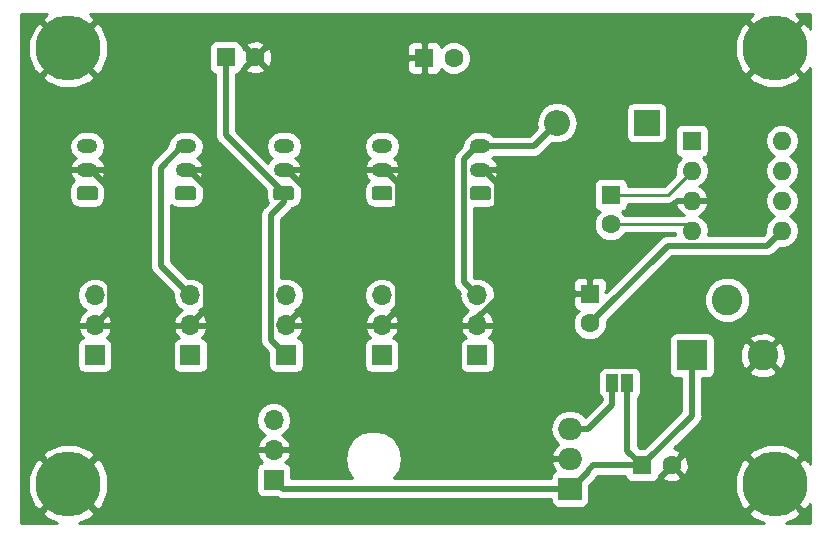
<source format=gbr>
G04 #@! TF.GenerationSoftware,KiCad,Pcbnew,(5.0.1)-rc2*
G04 #@! TF.CreationDate,2019-01-30T13:00:54-05:00*
G04 #@! TF.ProjectId,power_board,706F7765725F626F6172642E6B696361,rev?*
G04 #@! TF.SameCoordinates,Original*
G04 #@! TF.FileFunction,Copper,L1,Top,Signal*
G04 #@! TF.FilePolarity,Positive*
%FSLAX46Y46*%
G04 Gerber Fmt 4.6, Leading zero omitted, Abs format (unit mm)*
G04 Created by KiCad (PCBNEW (5.0.1)-rc2) date 1/30/2019 1:00:54 PM*
%MOMM*%
%LPD*%
G01*
G04 APERTURE LIST*
G04 #@! TA.AperFunction,ComponentPad*
%ADD10R,1.700000X1.700000*%
G04 #@! TD*
G04 #@! TA.AperFunction,ComponentPad*
%ADD11O,1.700000X1.700000*%
G04 #@! TD*
G04 #@! TA.AperFunction,ComponentPad*
%ADD12R,2.000000X1.905000*%
G04 #@! TD*
G04 #@! TA.AperFunction,ComponentPad*
%ADD13O,2.000000X1.905000*%
G04 #@! TD*
G04 #@! TA.AperFunction,SMDPad,CuDef*
%ADD14R,1.000000X1.500000*%
G04 #@! TD*
G04 #@! TA.AperFunction,ComponentPad*
%ADD15R,1.600000X1.600000*%
G04 #@! TD*
G04 #@! TA.AperFunction,ComponentPad*
%ADD16C,1.600000*%
G04 #@! TD*
G04 #@! TA.AperFunction,ComponentPad*
%ADD17C,5.500000*%
G04 #@! TD*
G04 #@! TA.AperFunction,ComponentPad*
%ADD18R,2.200000X2.200000*%
G04 #@! TD*
G04 #@! TA.AperFunction,ComponentPad*
%ADD19O,2.200000X2.200000*%
G04 #@! TD*
G04 #@! TA.AperFunction,ComponentPad*
%ADD20R,2.600000X2.600000*%
G04 #@! TD*
G04 #@! TA.AperFunction,ComponentPad*
%ADD21C,2.600000*%
G04 #@! TD*
G04 #@! TA.AperFunction,ComponentPad*
%ADD22O,1.750000X1.200000*%
G04 #@! TD*
G04 #@! TA.AperFunction,Conductor*
%ADD23C,0.100000*%
G04 #@! TD*
G04 #@! TA.AperFunction,ComponentPad*
%ADD24C,1.200000*%
G04 #@! TD*
G04 #@! TA.AperFunction,ComponentPad*
%ADD25O,1.600000X1.600000*%
G04 #@! TD*
G04 #@! TA.AperFunction,Conductor*
%ADD26C,0.508000*%
G04 #@! TD*
G04 #@! TA.AperFunction,Conductor*
%ADD27C,0.254000*%
G04 #@! TD*
G04 APERTURE END LIST*
D10*
G04 #@! TO.P,J12,1*
G04 #@! TO.N,+15V*
X173888400Y-74168000D03*
D11*
G04 #@! TO.P,J12,2*
G04 #@! TO.N,GND*
X173888400Y-71628000D03*
G04 #@! TO.P,J12,3*
G04 #@! TO.N,Net-(J12-Pad3)*
X173888400Y-69088000D03*
G04 #@! TD*
D12*
G04 #@! TO.P,U2,1*
G04 #@! TO.N,+15V*
X198983600Y-74930000D03*
D13*
G04 #@! TO.P,U2,2*
G04 #@! TO.N,GND*
X198983600Y-72390000D03*
G04 #@! TO.P,U2,3*
G04 #@! TO.N,+9V*
X198983600Y-69850000D03*
G04 #@! TD*
D10*
G04 #@! TO.P,J1,1*
G04 #@! TO.N,+9V*
X191135000Y-63627000D03*
D11*
G04 #@! TO.P,J1,2*
G04 #@! TO.N,GND*
X191135000Y-61087000D03*
G04 #@! TO.P,J1,3*
G04 #@! TO.N,-9V*
X191135000Y-58547000D03*
G04 #@! TD*
D14*
G04 #@! TO.P,JP1,2*
G04 #@! TO.N,+9V*
X202539600Y-65989200D03*
G04 #@! TO.P,JP1,1*
G04 #@! TO.N,+15V*
X203839600Y-65989200D03*
G04 #@! TD*
D15*
G04 #@! TO.P,C5,1*
G04 #@! TO.N,+15V*
X205079600Y-72948800D03*
D16*
G04 #@! TO.P,C5,2*
G04 #@! TO.N,GND*
X207579600Y-72948800D03*
G04 #@! TD*
D17*
G04 #@! TO.P,H1,1*
G04 #@! TO.N,GND*
X216306400Y-37642800D03*
G04 #@! TD*
G04 #@! TO.P,H2,1*
G04 #@! TO.N,GND*
X216306400Y-74523600D03*
G04 #@! TD*
G04 #@! TO.P,H3,1*
G04 #@! TO.N,GND*
X156514800Y-37642800D03*
G04 #@! TD*
G04 #@! TO.P,H4,1*
G04 #@! TO.N,GND*
X156514800Y-74523600D03*
G04 #@! TD*
D18*
G04 #@! TO.P,D1,1*
G04 #@! TO.N,+9V*
X205486000Y-43942000D03*
D19*
G04 #@! TO.P,D1,2*
G04 #@! TO.N,-9V*
X197866000Y-43942000D03*
G04 #@! TD*
D16*
G04 #@! TO.P,C1,2*
G04 #@! TO.N,-9V*
X200660000Y-60920000D03*
D15*
G04 #@! TO.P,C1,1*
G04 #@! TO.N,GND*
X200660000Y-58420000D03*
G04 #@! TD*
G04 #@! TO.P,C2,1*
G04 #@! TO.N,Net-(C2-Pad1)*
X202438000Y-50038000D03*
D16*
G04 #@! TO.P,C2,2*
G04 #@! TO.N,Net-(C2-Pad2)*
X202438000Y-52538000D03*
G04 #@! TD*
D15*
G04 #@! TO.P,C3,1*
G04 #@! TO.N,GND*
X186639200Y-38455600D03*
D16*
G04 #@! TO.P,C3,2*
G04 #@! TO.N,-9V*
X189139200Y-38455600D03*
G04 #@! TD*
G04 #@! TO.P,C4,2*
G04 #@! TO.N,GND*
X172324400Y-38404800D03*
D15*
G04 #@! TO.P,C4,1*
G04 #@! TO.N,+9V*
X169824400Y-38404800D03*
G04 #@! TD*
D11*
G04 #@! TO.P,J2,3*
G04 #@! TO.N,-9V*
X158750000Y-58547000D03*
G04 #@! TO.P,J2,2*
G04 #@! TO.N,GND*
X158750000Y-61087000D03*
D10*
G04 #@! TO.P,J2,1*
G04 #@! TO.N,+9V*
X158750000Y-63627000D03*
G04 #@! TD*
D20*
G04 #@! TO.P,J3,1*
G04 #@! TO.N,+15V*
X209296000Y-63627000D03*
D21*
G04 #@! TO.P,J3,2*
G04 #@! TO.N,GND*
X215296000Y-63627000D03*
G04 #@! TO.P,J3,3*
G04 #@! TO.N,N/C*
X212296000Y-58927000D03*
G04 #@! TD*
D11*
G04 #@! TO.P,J4,3*
G04 #@! TO.N,-9V*
X183038750Y-58547000D03*
G04 #@! TO.P,J4,2*
G04 #@! TO.N,GND*
X183038750Y-61087000D03*
D10*
G04 #@! TO.P,J4,1*
G04 #@! TO.N,+9V*
X183038750Y-63627000D03*
G04 #@! TD*
D22*
G04 #@! TO.P,J5,3*
G04 #@! TO.N,-9V*
X158115000Y-45911000D03*
G04 #@! TO.P,J5,2*
G04 #@! TO.N,GND*
X158115000Y-47911000D03*
D23*
G04 #@! TD*
G04 #@! TO.N,+9V*
G04 #@! TO.C,J5*
G36*
X158764505Y-49312204D02*
X158788773Y-49315804D01*
X158812572Y-49321765D01*
X158835671Y-49330030D01*
X158857850Y-49340520D01*
X158878893Y-49353132D01*
X158898599Y-49367747D01*
X158916777Y-49384223D01*
X158933253Y-49402401D01*
X158947868Y-49422107D01*
X158960480Y-49443150D01*
X158970970Y-49465329D01*
X158979235Y-49488428D01*
X158985196Y-49512227D01*
X158988796Y-49536495D01*
X158990000Y-49560999D01*
X158990000Y-50261001D01*
X158988796Y-50285505D01*
X158985196Y-50309773D01*
X158979235Y-50333572D01*
X158970970Y-50356671D01*
X158960480Y-50378850D01*
X158947868Y-50399893D01*
X158933253Y-50419599D01*
X158916777Y-50437777D01*
X158898599Y-50454253D01*
X158878893Y-50468868D01*
X158857850Y-50481480D01*
X158835671Y-50491970D01*
X158812572Y-50500235D01*
X158788773Y-50506196D01*
X158764505Y-50509796D01*
X158740001Y-50511000D01*
X157489999Y-50511000D01*
X157465495Y-50509796D01*
X157441227Y-50506196D01*
X157417428Y-50500235D01*
X157394329Y-50491970D01*
X157372150Y-50481480D01*
X157351107Y-50468868D01*
X157331401Y-50454253D01*
X157313223Y-50437777D01*
X157296747Y-50419599D01*
X157282132Y-50399893D01*
X157269520Y-50378850D01*
X157259030Y-50356671D01*
X157250765Y-50333572D01*
X157244804Y-50309773D01*
X157241204Y-50285505D01*
X157240000Y-50261001D01*
X157240000Y-49560999D01*
X157241204Y-49536495D01*
X157244804Y-49512227D01*
X157250765Y-49488428D01*
X157259030Y-49465329D01*
X157269520Y-49443150D01*
X157282132Y-49422107D01*
X157296747Y-49402401D01*
X157313223Y-49384223D01*
X157331401Y-49367747D01*
X157351107Y-49353132D01*
X157372150Y-49340520D01*
X157394329Y-49330030D01*
X157417428Y-49321765D01*
X157441227Y-49315804D01*
X157465495Y-49312204D01*
X157489999Y-49311000D01*
X158740001Y-49311000D01*
X158764505Y-49312204D01*
X158764505Y-49312204D01*
G37*
D24*
G04 #@! TO.P,J5,1*
G04 #@! TO.N,+9V*
X158115000Y-49911000D03*
G04 #@! TD*
D10*
G04 #@! TO.P,J6,1*
G04 #@! TO.N,+9V*
X174942500Y-63627000D03*
D11*
G04 #@! TO.P,J6,2*
G04 #@! TO.N,GND*
X174942500Y-61087000D03*
G04 #@! TO.P,J6,3*
G04 #@! TO.N,-9V*
X174942500Y-58547000D03*
G04 #@! TD*
D23*
G04 #@! TO.N,+9V*
G04 #@! TO.C,J7*
G36*
X167083005Y-49312204D02*
X167107273Y-49315804D01*
X167131072Y-49321765D01*
X167154171Y-49330030D01*
X167176350Y-49340520D01*
X167197393Y-49353132D01*
X167217099Y-49367747D01*
X167235277Y-49384223D01*
X167251753Y-49402401D01*
X167266368Y-49422107D01*
X167278980Y-49443150D01*
X167289470Y-49465329D01*
X167297735Y-49488428D01*
X167303696Y-49512227D01*
X167307296Y-49536495D01*
X167308500Y-49560999D01*
X167308500Y-50261001D01*
X167307296Y-50285505D01*
X167303696Y-50309773D01*
X167297735Y-50333572D01*
X167289470Y-50356671D01*
X167278980Y-50378850D01*
X167266368Y-50399893D01*
X167251753Y-50419599D01*
X167235277Y-50437777D01*
X167217099Y-50454253D01*
X167197393Y-50468868D01*
X167176350Y-50481480D01*
X167154171Y-50491970D01*
X167131072Y-50500235D01*
X167107273Y-50506196D01*
X167083005Y-50509796D01*
X167058501Y-50511000D01*
X165808499Y-50511000D01*
X165783995Y-50509796D01*
X165759727Y-50506196D01*
X165735928Y-50500235D01*
X165712829Y-50491970D01*
X165690650Y-50481480D01*
X165669607Y-50468868D01*
X165649901Y-50454253D01*
X165631723Y-50437777D01*
X165615247Y-50419599D01*
X165600632Y-50399893D01*
X165588020Y-50378850D01*
X165577530Y-50356671D01*
X165569265Y-50333572D01*
X165563304Y-50309773D01*
X165559704Y-50285505D01*
X165558500Y-50261001D01*
X165558500Y-49560999D01*
X165559704Y-49536495D01*
X165563304Y-49512227D01*
X165569265Y-49488428D01*
X165577530Y-49465329D01*
X165588020Y-49443150D01*
X165600632Y-49422107D01*
X165615247Y-49402401D01*
X165631723Y-49384223D01*
X165649901Y-49367747D01*
X165669607Y-49353132D01*
X165690650Y-49340520D01*
X165712829Y-49330030D01*
X165735928Y-49321765D01*
X165759727Y-49315804D01*
X165783995Y-49312204D01*
X165808499Y-49311000D01*
X167058501Y-49311000D01*
X167083005Y-49312204D01*
X167083005Y-49312204D01*
G37*
D24*
G04 #@! TD*
G04 #@! TO.P,J7,1*
G04 #@! TO.N,+9V*
X166433500Y-49911000D03*
D22*
G04 #@! TO.P,J7,2*
G04 #@! TO.N,GND*
X166433500Y-47911000D03*
G04 #@! TO.P,J7,3*
G04 #@! TO.N,-9V*
X166433500Y-45911000D03*
G04 #@! TD*
D10*
G04 #@! TO.P,J8,1*
G04 #@! TO.N,+9V*
X166846250Y-63627000D03*
D11*
G04 #@! TO.P,J8,2*
G04 #@! TO.N,GND*
X166846250Y-61087000D03*
G04 #@! TO.P,J8,3*
G04 #@! TO.N,-9V*
X166846250Y-58547000D03*
G04 #@! TD*
D23*
G04 #@! TO.N,+9V*
G04 #@! TO.C,J9*
G36*
X175401505Y-49312204D02*
X175425773Y-49315804D01*
X175449572Y-49321765D01*
X175472671Y-49330030D01*
X175494850Y-49340520D01*
X175515893Y-49353132D01*
X175535599Y-49367747D01*
X175553777Y-49384223D01*
X175570253Y-49402401D01*
X175584868Y-49422107D01*
X175597480Y-49443150D01*
X175607970Y-49465329D01*
X175616235Y-49488428D01*
X175622196Y-49512227D01*
X175625796Y-49536495D01*
X175627000Y-49560999D01*
X175627000Y-50261001D01*
X175625796Y-50285505D01*
X175622196Y-50309773D01*
X175616235Y-50333572D01*
X175607970Y-50356671D01*
X175597480Y-50378850D01*
X175584868Y-50399893D01*
X175570253Y-50419599D01*
X175553777Y-50437777D01*
X175535599Y-50454253D01*
X175515893Y-50468868D01*
X175494850Y-50481480D01*
X175472671Y-50491970D01*
X175449572Y-50500235D01*
X175425773Y-50506196D01*
X175401505Y-50509796D01*
X175377001Y-50511000D01*
X174126999Y-50511000D01*
X174102495Y-50509796D01*
X174078227Y-50506196D01*
X174054428Y-50500235D01*
X174031329Y-50491970D01*
X174009150Y-50481480D01*
X173988107Y-50468868D01*
X173968401Y-50454253D01*
X173950223Y-50437777D01*
X173933747Y-50419599D01*
X173919132Y-50399893D01*
X173906520Y-50378850D01*
X173896030Y-50356671D01*
X173887765Y-50333572D01*
X173881804Y-50309773D01*
X173878204Y-50285505D01*
X173877000Y-50261001D01*
X173877000Y-49560999D01*
X173878204Y-49536495D01*
X173881804Y-49512227D01*
X173887765Y-49488428D01*
X173896030Y-49465329D01*
X173906520Y-49443150D01*
X173919132Y-49422107D01*
X173933747Y-49402401D01*
X173950223Y-49384223D01*
X173968401Y-49367747D01*
X173988107Y-49353132D01*
X174009150Y-49340520D01*
X174031329Y-49330030D01*
X174054428Y-49321765D01*
X174078227Y-49315804D01*
X174102495Y-49312204D01*
X174126999Y-49311000D01*
X175377001Y-49311000D01*
X175401505Y-49312204D01*
X175401505Y-49312204D01*
G37*
D24*
G04 #@! TD*
G04 #@! TO.P,J9,1*
G04 #@! TO.N,+9V*
X174752000Y-49911000D03*
D22*
G04 #@! TO.P,J9,2*
G04 #@! TO.N,GND*
X174752000Y-47911000D03*
G04 #@! TO.P,J9,3*
G04 #@! TO.N,-9V*
X174752000Y-45911000D03*
G04 #@! TD*
D23*
G04 #@! TO.N,+9V*
G04 #@! TO.C,J10*
G36*
X192038505Y-49312204D02*
X192062773Y-49315804D01*
X192086572Y-49321765D01*
X192109671Y-49330030D01*
X192131850Y-49340520D01*
X192152893Y-49353132D01*
X192172599Y-49367747D01*
X192190777Y-49384223D01*
X192207253Y-49402401D01*
X192221868Y-49422107D01*
X192234480Y-49443150D01*
X192244970Y-49465329D01*
X192253235Y-49488428D01*
X192259196Y-49512227D01*
X192262796Y-49536495D01*
X192264000Y-49560999D01*
X192264000Y-50261001D01*
X192262796Y-50285505D01*
X192259196Y-50309773D01*
X192253235Y-50333572D01*
X192244970Y-50356671D01*
X192234480Y-50378850D01*
X192221868Y-50399893D01*
X192207253Y-50419599D01*
X192190777Y-50437777D01*
X192172599Y-50454253D01*
X192152893Y-50468868D01*
X192131850Y-50481480D01*
X192109671Y-50491970D01*
X192086572Y-50500235D01*
X192062773Y-50506196D01*
X192038505Y-50509796D01*
X192014001Y-50511000D01*
X190763999Y-50511000D01*
X190739495Y-50509796D01*
X190715227Y-50506196D01*
X190691428Y-50500235D01*
X190668329Y-50491970D01*
X190646150Y-50481480D01*
X190625107Y-50468868D01*
X190605401Y-50454253D01*
X190587223Y-50437777D01*
X190570747Y-50419599D01*
X190556132Y-50399893D01*
X190543520Y-50378850D01*
X190533030Y-50356671D01*
X190524765Y-50333572D01*
X190518804Y-50309773D01*
X190515204Y-50285505D01*
X190514000Y-50261001D01*
X190514000Y-49560999D01*
X190515204Y-49536495D01*
X190518804Y-49512227D01*
X190524765Y-49488428D01*
X190533030Y-49465329D01*
X190543520Y-49443150D01*
X190556132Y-49422107D01*
X190570747Y-49402401D01*
X190587223Y-49384223D01*
X190605401Y-49367747D01*
X190625107Y-49353132D01*
X190646150Y-49340520D01*
X190668329Y-49330030D01*
X190691428Y-49321765D01*
X190715227Y-49315804D01*
X190739495Y-49312204D01*
X190763999Y-49311000D01*
X192014001Y-49311000D01*
X192038505Y-49312204D01*
X192038505Y-49312204D01*
G37*
D24*
G04 #@! TD*
G04 #@! TO.P,J10,1*
G04 #@! TO.N,+9V*
X191389000Y-49911000D03*
D22*
G04 #@! TO.P,J10,2*
G04 #@! TO.N,GND*
X191389000Y-47911000D03*
G04 #@! TO.P,J10,3*
G04 #@! TO.N,-9V*
X191389000Y-45911000D03*
G04 #@! TD*
G04 #@! TO.P,J11,3*
G04 #@! TO.N,-9V*
X183070500Y-45911000D03*
G04 #@! TO.P,J11,2*
G04 #@! TO.N,GND*
X183070500Y-47911000D03*
D23*
G04 #@! TD*
G04 #@! TO.N,+9V*
G04 #@! TO.C,J11*
G36*
X183720005Y-49312204D02*
X183744273Y-49315804D01*
X183768072Y-49321765D01*
X183791171Y-49330030D01*
X183813350Y-49340520D01*
X183834393Y-49353132D01*
X183854099Y-49367747D01*
X183872277Y-49384223D01*
X183888753Y-49402401D01*
X183903368Y-49422107D01*
X183915980Y-49443150D01*
X183926470Y-49465329D01*
X183934735Y-49488428D01*
X183940696Y-49512227D01*
X183944296Y-49536495D01*
X183945500Y-49560999D01*
X183945500Y-50261001D01*
X183944296Y-50285505D01*
X183940696Y-50309773D01*
X183934735Y-50333572D01*
X183926470Y-50356671D01*
X183915980Y-50378850D01*
X183903368Y-50399893D01*
X183888753Y-50419599D01*
X183872277Y-50437777D01*
X183854099Y-50454253D01*
X183834393Y-50468868D01*
X183813350Y-50481480D01*
X183791171Y-50491970D01*
X183768072Y-50500235D01*
X183744273Y-50506196D01*
X183720005Y-50509796D01*
X183695501Y-50511000D01*
X182445499Y-50511000D01*
X182420995Y-50509796D01*
X182396727Y-50506196D01*
X182372928Y-50500235D01*
X182349829Y-50491970D01*
X182327650Y-50481480D01*
X182306607Y-50468868D01*
X182286901Y-50454253D01*
X182268723Y-50437777D01*
X182252247Y-50419599D01*
X182237632Y-50399893D01*
X182225020Y-50378850D01*
X182214530Y-50356671D01*
X182206265Y-50333572D01*
X182200304Y-50309773D01*
X182196704Y-50285505D01*
X182195500Y-50261001D01*
X182195500Y-49560999D01*
X182196704Y-49536495D01*
X182200304Y-49512227D01*
X182206265Y-49488428D01*
X182214530Y-49465329D01*
X182225020Y-49443150D01*
X182237632Y-49422107D01*
X182252247Y-49402401D01*
X182268723Y-49384223D01*
X182286901Y-49367747D01*
X182306607Y-49353132D01*
X182327650Y-49340520D01*
X182349829Y-49330030D01*
X182372928Y-49321765D01*
X182396727Y-49315804D01*
X182420995Y-49312204D01*
X182445499Y-49311000D01*
X183695501Y-49311000D01*
X183720005Y-49312204D01*
X183720005Y-49312204D01*
G37*
D24*
G04 #@! TO.P,J11,1*
G04 #@! TO.N,+9V*
X183070500Y-49911000D03*
G04 #@! TD*
D15*
G04 #@! TO.P,U1,1*
G04 #@! TO.N,Net-(U1-Pad1)*
X209296000Y-45466000D03*
D25*
G04 #@! TO.P,U1,5*
G04 #@! TO.N,-9V*
X216916000Y-53086000D03*
G04 #@! TO.P,U1,2*
G04 #@! TO.N,Net-(C2-Pad1)*
X209296000Y-48006000D03*
G04 #@! TO.P,U1,6*
G04 #@! TO.N,Net-(U1-Pad6)*
X216916000Y-50546000D03*
G04 #@! TO.P,U1,3*
G04 #@! TO.N,GND*
X209296000Y-50546000D03*
G04 #@! TO.P,U1,7*
G04 #@! TO.N,Net-(U1-Pad7)*
X216916000Y-48006000D03*
G04 #@! TO.P,U1,4*
G04 #@! TO.N,Net-(C2-Pad2)*
X209296000Y-53086000D03*
G04 #@! TO.P,U1,8*
G04 #@! TO.N,+9V*
X216916000Y-45466000D03*
G04 #@! TD*
D26*
G04 #@! TO.N,-9V*
X166158500Y-45911000D02*
X166433500Y-45911000D01*
X164338000Y-47731500D02*
X166158500Y-45911000D01*
X164338000Y-56038750D02*
X164338000Y-47731500D01*
X166846250Y-58547000D02*
X164338000Y-56038750D01*
X191114000Y-45911000D02*
X191389000Y-45911000D01*
X190006000Y-47019000D02*
X191114000Y-45911000D01*
X190006000Y-57418000D02*
X190006000Y-47019000D01*
X191135000Y-58547000D02*
X190006000Y-57418000D01*
X201459999Y-60120001D02*
X200660000Y-60920000D01*
X207239999Y-54340001D02*
X201459999Y-60120001D01*
X215661999Y-54340001D02*
X207239999Y-54340001D01*
X216916000Y-53086000D02*
X215661999Y-54340001D01*
X195897000Y-45911000D02*
X197866000Y-43942000D01*
X191389000Y-45911000D02*
X195897000Y-45911000D01*
G04 #@! TO.N,GND*
X167696249Y-60237001D02*
X166846250Y-61087000D01*
X168150251Y-59782999D02*
X167696249Y-60237001D01*
X168150251Y-49352751D02*
X168150251Y-59782999D01*
X166708500Y-47911000D02*
X168150251Y-49352751D01*
X166433500Y-47911000D02*
X166708500Y-47911000D01*
X158390000Y-47911000D02*
X158115000Y-47911000D01*
X160054001Y-49575001D02*
X158390000Y-47911000D01*
X160054001Y-59782999D02*
X160054001Y-49575001D01*
X158750000Y-61087000D02*
X160054001Y-59782999D01*
X175027000Y-47911000D02*
X174752000Y-47911000D01*
X178181000Y-51065000D02*
X175027000Y-47911000D01*
X178181000Y-57848500D02*
X178181000Y-51065000D01*
X174942500Y-61087000D02*
X178181000Y-57848500D01*
X183345500Y-47911000D02*
X183070500Y-47911000D01*
X184453500Y-49019000D02*
X183345500Y-47911000D01*
X184453500Y-59672250D02*
X184453500Y-49019000D01*
X183038750Y-61087000D02*
X184453500Y-59672250D01*
X191664000Y-47911000D02*
X191389000Y-47911000D01*
X192772000Y-49019000D02*
X191664000Y-47911000D01*
X192772000Y-58839922D02*
X192772000Y-49019000D01*
X191135000Y-60476922D02*
X192772000Y-58839922D01*
X191135000Y-61087000D02*
X191135000Y-60476922D01*
D27*
G04 #@! TO.N,Net-(C2-Pad1)*
X207264000Y-50038000D02*
X209296000Y-48006000D01*
X202438000Y-50038000D02*
X207264000Y-50038000D01*
G04 #@! TO.N,Net-(C2-Pad2)*
X208748000Y-52538000D02*
X209296000Y-53086000D01*
X202438000Y-52538000D02*
X208748000Y-52538000D01*
D26*
G04 #@! TO.N,+9V*
X173638499Y-62322999D02*
X174942500Y-63627000D01*
X173638499Y-51724501D02*
X173638499Y-62322999D01*
X174752000Y-50611000D02*
X173638499Y-51724501D01*
X174752000Y-49911000D02*
X174752000Y-50611000D01*
X202539600Y-67247200D02*
X202539600Y-65989200D01*
X202539600Y-67802000D02*
X202539600Y-67247200D01*
X200491600Y-69850000D02*
X202539600Y-67802000D01*
X198983600Y-69850000D02*
X200491600Y-69850000D01*
X169824400Y-44983400D02*
X169824400Y-38404800D01*
X174752000Y-49911000D02*
X169824400Y-44983400D01*
G04 #@! TO.N,+15V*
X209296000Y-68732400D02*
X205079600Y-72948800D01*
X209296000Y-63627000D02*
X209296000Y-68732400D01*
X199031100Y-74930000D02*
X198983600Y-74930000D01*
X200491600Y-73469500D02*
X199031100Y-74930000D01*
X200491600Y-73422000D02*
X200491600Y-73469500D01*
X200964800Y-72948800D02*
X200491600Y-73422000D01*
X205079600Y-72948800D02*
X200964800Y-72948800D01*
X203839600Y-71708800D02*
X205079600Y-72948800D01*
X203839600Y-65989200D02*
X203839600Y-71708800D01*
X174650400Y-74930000D02*
X173888400Y-74168000D01*
X198983600Y-74930000D02*
X174650400Y-74930000D01*
G04 #@! TD*
D27*
G04 #@! TO.N,GND*
G36*
X154604429Y-34768420D02*
X154590287Y-34777868D01*
X154278139Y-35226534D01*
X156514800Y-37463195D01*
X158751461Y-35226534D01*
X158439313Y-34777868D01*
X158301055Y-34720200D01*
X214513259Y-34720200D01*
X214396029Y-34768420D01*
X214381887Y-34777868D01*
X214069739Y-35226534D01*
X216306400Y-37463195D01*
X218543061Y-35226534D01*
X218230913Y-34777868D01*
X218092655Y-34720200D01*
X219279800Y-34720200D01*
X219279800Y-35973161D01*
X219180780Y-35732429D01*
X219171332Y-35718287D01*
X218722666Y-35406139D01*
X216486005Y-37642800D01*
X218722666Y-39879461D01*
X219171332Y-39567313D01*
X219279800Y-39307262D01*
X219279801Y-72853963D01*
X219180780Y-72613229D01*
X219171332Y-72599087D01*
X218722666Y-72286939D01*
X216486005Y-74523600D01*
X218722666Y-76760261D01*
X219171332Y-76448113D01*
X219279801Y-76188060D01*
X219279801Y-77801800D01*
X217235028Y-77801800D01*
X218216771Y-77397980D01*
X218230913Y-77388532D01*
X218543061Y-76939866D01*
X216306400Y-74703205D01*
X214069739Y-76939866D01*
X214381887Y-77388532D01*
X215372693Y-77801800D01*
X157443428Y-77801800D01*
X158425171Y-77397980D01*
X158439313Y-77388532D01*
X158751461Y-76939866D01*
X156514800Y-74703205D01*
X154278139Y-76939866D01*
X154590287Y-77388532D01*
X155581093Y-77801800D01*
X152525400Y-77801800D01*
X152525400Y-75188576D01*
X153128152Y-75188576D01*
X153640420Y-76433971D01*
X153649868Y-76448113D01*
X154098534Y-76760261D01*
X156335195Y-74523600D01*
X156694405Y-74523600D01*
X158931066Y-76760261D01*
X159379732Y-76448113D01*
X159898131Y-75205257D01*
X159901448Y-73858624D01*
X159679074Y-73318000D01*
X172390960Y-73318000D01*
X172390960Y-75018000D01*
X172440243Y-75265765D01*
X172580591Y-75475809D01*
X172790635Y-75616157D01*
X173038400Y-75665440D01*
X174150907Y-75665440D01*
X174303530Y-75767419D01*
X174562844Y-75819000D01*
X174562845Y-75819000D01*
X174650400Y-75836416D01*
X174737955Y-75819000D01*
X197336160Y-75819000D01*
X197336160Y-75882500D01*
X197385443Y-76130265D01*
X197525791Y-76340309D01*
X197735835Y-76480657D01*
X197983600Y-76529940D01*
X199983600Y-76529940D01*
X200231365Y-76480657D01*
X200441409Y-76340309D01*
X200581757Y-76130265D01*
X200631040Y-75882500D01*
X200631040Y-75188576D01*
X212919752Y-75188576D01*
X213432020Y-76433971D01*
X213441468Y-76448113D01*
X213890134Y-76760261D01*
X216126795Y-74523600D01*
X213890134Y-72286939D01*
X213441468Y-72599087D01*
X212923069Y-73841943D01*
X212919752Y-75188576D01*
X200631040Y-75188576D01*
X200631040Y-74587296D01*
X201058307Y-74160029D01*
X201132533Y-74110433D01*
X201208617Y-73996565D01*
X201277779Y-73893056D01*
X201333035Y-73837800D01*
X203649863Y-73837800D01*
X203681443Y-73996565D01*
X203821791Y-74206609D01*
X204031835Y-74346957D01*
X204279600Y-74396240D01*
X205879600Y-74396240D01*
X206127365Y-74346957D01*
X206337409Y-74206609D01*
X206477757Y-73996565D01*
X206485717Y-73956545D01*
X206751461Y-73956545D01*
X206825595Y-74202664D01*
X207362823Y-74395765D01*
X207933054Y-74368578D01*
X208333605Y-74202664D01*
X208407739Y-73956545D01*
X207579600Y-73128405D01*
X206751461Y-73956545D01*
X206485717Y-73956545D01*
X206524293Y-73762613D01*
X206571855Y-73776939D01*
X207399995Y-72948800D01*
X207759205Y-72948800D01*
X208587345Y-73776939D01*
X208833464Y-73702805D01*
X209026565Y-73165577D01*
X208999378Y-72595346D01*
X208833464Y-72194795D01*
X208587345Y-72120661D01*
X207759205Y-72948800D01*
X207399995Y-72948800D01*
X207385853Y-72934658D01*
X207565458Y-72755053D01*
X207579600Y-72769195D01*
X208241460Y-72107334D01*
X214069739Y-72107334D01*
X216306400Y-74343995D01*
X218543061Y-72107334D01*
X218230913Y-71658668D01*
X216988057Y-71140269D01*
X215641424Y-71136952D01*
X214396029Y-71649220D01*
X214381887Y-71658668D01*
X214069739Y-72107334D01*
X208241460Y-72107334D01*
X208407739Y-71941055D01*
X208333605Y-71694936D01*
X207796377Y-71501835D01*
X207783171Y-71502465D01*
X209862707Y-69422929D01*
X209936933Y-69373333D01*
X210133419Y-69079270D01*
X210185000Y-68819956D01*
X210202416Y-68732401D01*
X210185000Y-68644846D01*
X210185000Y-65574440D01*
X210596000Y-65574440D01*
X210843765Y-65525157D01*
X211053809Y-65384809D01*
X211194157Y-65174765D01*
X211229623Y-64996459D01*
X214106146Y-64996459D01*
X214241504Y-65294455D01*
X214959880Y-65571066D01*
X215729427Y-65551710D01*
X216350496Y-65294455D01*
X216485854Y-64996459D01*
X215296000Y-63806605D01*
X214106146Y-64996459D01*
X211229623Y-64996459D01*
X211243440Y-64927000D01*
X211243440Y-63290880D01*
X213351934Y-63290880D01*
X213371290Y-64060427D01*
X213628545Y-64681496D01*
X213926541Y-64816854D01*
X215116395Y-63627000D01*
X215475605Y-63627000D01*
X216665459Y-64816854D01*
X216963455Y-64681496D01*
X217240066Y-63963120D01*
X217220710Y-63193573D01*
X216963455Y-62572504D01*
X216665459Y-62437146D01*
X215475605Y-63627000D01*
X215116395Y-63627000D01*
X213926541Y-62437146D01*
X213628545Y-62572504D01*
X213351934Y-63290880D01*
X211243440Y-63290880D01*
X211243440Y-62327000D01*
X211229624Y-62257541D01*
X214106146Y-62257541D01*
X215296000Y-63447395D01*
X216485854Y-62257541D01*
X216350496Y-61959545D01*
X215632120Y-61682934D01*
X214862573Y-61702290D01*
X214241504Y-61959545D01*
X214106146Y-62257541D01*
X211229624Y-62257541D01*
X211194157Y-62079235D01*
X211053809Y-61869191D01*
X210843765Y-61728843D01*
X210596000Y-61679560D01*
X207996000Y-61679560D01*
X207748235Y-61728843D01*
X207538191Y-61869191D01*
X207397843Y-62079235D01*
X207348560Y-62327000D01*
X207348560Y-64927000D01*
X207397843Y-65174765D01*
X207538191Y-65384809D01*
X207748235Y-65525157D01*
X207996000Y-65574440D01*
X208407000Y-65574440D01*
X208407001Y-68364163D01*
X205269805Y-71501360D01*
X204889395Y-71501360D01*
X204728600Y-71340565D01*
X204728600Y-67242986D01*
X204797409Y-67197009D01*
X204937757Y-66986965D01*
X204987040Y-66739200D01*
X204987040Y-65239200D01*
X204937757Y-64991435D01*
X204797409Y-64781391D01*
X204587365Y-64641043D01*
X204339600Y-64591760D01*
X203339600Y-64591760D01*
X203189600Y-64621597D01*
X203039600Y-64591760D01*
X202039600Y-64591760D01*
X201791835Y-64641043D01*
X201581791Y-64781391D01*
X201441443Y-64991435D01*
X201392160Y-65239200D01*
X201392160Y-66739200D01*
X201441443Y-66986965D01*
X201581791Y-67197009D01*
X201650600Y-67242986D01*
X201650600Y-67433764D01*
X200257039Y-68827325D01*
X200175623Y-68705477D01*
X199650511Y-68354609D01*
X199187450Y-68262500D01*
X198779750Y-68262500D01*
X198316689Y-68354609D01*
X197791577Y-68705477D01*
X197440709Y-69230589D01*
X197317500Y-69850000D01*
X197440709Y-70469411D01*
X197791577Y-70994523D01*
X197993074Y-71129159D01*
X197607627Y-71523076D01*
X197393037Y-72017020D01*
X197513006Y-72263000D01*
X198856600Y-72263000D01*
X198856600Y-72243000D01*
X199110600Y-72243000D01*
X199110600Y-72263000D01*
X199130600Y-72263000D01*
X199130600Y-72517000D01*
X199110600Y-72517000D01*
X199110600Y-72537000D01*
X198856600Y-72537000D01*
X198856600Y-72517000D01*
X197513006Y-72517000D01*
X197393037Y-72762980D01*
X197607627Y-73256924D01*
X197730743Y-73382745D01*
X197525791Y-73519691D01*
X197385443Y-73729735D01*
X197336160Y-73977500D01*
X197336160Y-74041000D01*
X184088852Y-74041000D01*
X184570220Y-73320580D01*
X184755324Y-72390000D01*
X184570220Y-71459420D01*
X184043089Y-70670511D01*
X183254180Y-70143380D01*
X182558497Y-70005000D01*
X182088703Y-70005000D01*
X181393020Y-70143380D01*
X180604111Y-70670511D01*
X180076980Y-71459420D01*
X179891876Y-72390000D01*
X180076980Y-73320580D01*
X180558348Y-74041000D01*
X175385840Y-74041000D01*
X175385840Y-73318000D01*
X175336557Y-73070235D01*
X175196209Y-72860191D01*
X174986165Y-72719843D01*
X174882692Y-72699261D01*
X175160045Y-72394924D01*
X175329876Y-71984890D01*
X175208555Y-71755000D01*
X174015400Y-71755000D01*
X174015400Y-71775000D01*
X173761400Y-71775000D01*
X173761400Y-71755000D01*
X172568245Y-71755000D01*
X172446924Y-71984890D01*
X172616755Y-72394924D01*
X172894108Y-72699261D01*
X172790635Y-72719843D01*
X172580591Y-72860191D01*
X172440243Y-73070235D01*
X172390960Y-73318000D01*
X159679074Y-73318000D01*
X159389180Y-72613229D01*
X159379732Y-72599087D01*
X158931066Y-72286939D01*
X156694405Y-74523600D01*
X156335195Y-74523600D01*
X154098534Y-72286939D01*
X153649868Y-72599087D01*
X153131469Y-73841943D01*
X153128152Y-75188576D01*
X152525400Y-75188576D01*
X152525400Y-72107334D01*
X154278139Y-72107334D01*
X156514800Y-74343995D01*
X158751461Y-72107334D01*
X158439313Y-71658668D01*
X157196457Y-71140269D01*
X155849824Y-71136952D01*
X154604429Y-71649220D01*
X154590287Y-71658668D01*
X154278139Y-72107334D01*
X152525400Y-72107334D01*
X152525400Y-69088000D01*
X172374308Y-69088000D01*
X172489561Y-69667418D01*
X172817775Y-70158625D01*
X173136878Y-70371843D01*
X173007042Y-70432817D01*
X172616755Y-70861076D01*
X172446924Y-71271110D01*
X172568245Y-71501000D01*
X173761400Y-71501000D01*
X173761400Y-71481000D01*
X174015400Y-71481000D01*
X174015400Y-71501000D01*
X175208555Y-71501000D01*
X175329876Y-71271110D01*
X175160045Y-70861076D01*
X174769758Y-70432817D01*
X174639922Y-70371843D01*
X174959025Y-70158625D01*
X175287239Y-69667418D01*
X175402492Y-69088000D01*
X175287239Y-68508582D01*
X174959025Y-68017375D01*
X174467818Y-67689161D01*
X174034656Y-67603000D01*
X173742144Y-67603000D01*
X173308982Y-67689161D01*
X172817775Y-68017375D01*
X172489561Y-68508582D01*
X172374308Y-69088000D01*
X152525400Y-69088000D01*
X152525400Y-62777000D01*
X157252560Y-62777000D01*
X157252560Y-64477000D01*
X157301843Y-64724765D01*
X157442191Y-64934809D01*
X157652235Y-65075157D01*
X157900000Y-65124440D01*
X159600000Y-65124440D01*
X159847765Y-65075157D01*
X160057809Y-64934809D01*
X160198157Y-64724765D01*
X160247440Y-64477000D01*
X160247440Y-62777000D01*
X165348810Y-62777000D01*
X165348810Y-64477000D01*
X165398093Y-64724765D01*
X165538441Y-64934809D01*
X165748485Y-65075157D01*
X165996250Y-65124440D01*
X167696250Y-65124440D01*
X167944015Y-65075157D01*
X168154059Y-64934809D01*
X168294407Y-64724765D01*
X168343690Y-64477000D01*
X168343690Y-62777000D01*
X168294407Y-62529235D01*
X168154059Y-62319191D01*
X167944015Y-62178843D01*
X167840542Y-62158261D01*
X168117895Y-61853924D01*
X168287726Y-61443890D01*
X168166405Y-61214000D01*
X166973250Y-61214000D01*
X166973250Y-61234000D01*
X166719250Y-61234000D01*
X166719250Y-61214000D01*
X165526095Y-61214000D01*
X165404774Y-61443890D01*
X165574605Y-61853924D01*
X165851958Y-62158261D01*
X165748485Y-62178843D01*
X165538441Y-62319191D01*
X165398093Y-62529235D01*
X165348810Y-62777000D01*
X160247440Y-62777000D01*
X160198157Y-62529235D01*
X160057809Y-62319191D01*
X159847765Y-62178843D01*
X159744292Y-62158261D01*
X160021645Y-61853924D01*
X160191476Y-61443890D01*
X160070155Y-61214000D01*
X158877000Y-61214000D01*
X158877000Y-61234000D01*
X158623000Y-61234000D01*
X158623000Y-61214000D01*
X157429845Y-61214000D01*
X157308524Y-61443890D01*
X157478355Y-61853924D01*
X157755708Y-62158261D01*
X157652235Y-62178843D01*
X157442191Y-62319191D01*
X157301843Y-62529235D01*
X157252560Y-62777000D01*
X152525400Y-62777000D01*
X152525400Y-58547000D01*
X157235908Y-58547000D01*
X157351161Y-59126418D01*
X157679375Y-59617625D01*
X157998478Y-59830843D01*
X157868642Y-59891817D01*
X157478355Y-60320076D01*
X157308524Y-60730110D01*
X157429845Y-60960000D01*
X158623000Y-60960000D01*
X158623000Y-60940000D01*
X158877000Y-60940000D01*
X158877000Y-60960000D01*
X160070155Y-60960000D01*
X160191476Y-60730110D01*
X160021645Y-60320076D01*
X159631358Y-59891817D01*
X159501522Y-59830843D01*
X159820625Y-59617625D01*
X160148839Y-59126418D01*
X160264092Y-58547000D01*
X160148839Y-57967582D01*
X159820625Y-57476375D01*
X159329418Y-57148161D01*
X158896256Y-57062000D01*
X158603744Y-57062000D01*
X158170582Y-57148161D01*
X157679375Y-57476375D01*
X157351161Y-57967582D01*
X157235908Y-58547000D01*
X152525400Y-58547000D01*
X152525400Y-49560999D01*
X156592560Y-49560999D01*
X156592560Y-50261001D01*
X156660873Y-50604436D01*
X156855414Y-50895586D01*
X157146564Y-51090127D01*
X157489999Y-51158440D01*
X158740001Y-51158440D01*
X159083436Y-51090127D01*
X159374586Y-50895586D01*
X159569127Y-50604436D01*
X159637440Y-50261001D01*
X159637440Y-49560999D01*
X159569127Y-49217564D01*
X159374586Y-48926414D01*
X159207653Y-48814873D01*
X159353080Y-48694474D01*
X159579592Y-48266281D01*
X159583462Y-48228609D01*
X159458731Y-48038000D01*
X158242000Y-48038000D01*
X158242000Y-48058000D01*
X157988000Y-48058000D01*
X157988000Y-48038000D01*
X156771269Y-48038000D01*
X156646538Y-48228609D01*
X156650408Y-48266281D01*
X156876920Y-48694474D01*
X157022347Y-48814873D01*
X156855414Y-48926414D01*
X156660873Y-49217564D01*
X156592560Y-49560999D01*
X152525400Y-49560999D01*
X152525400Y-45911000D01*
X156580805Y-45911000D01*
X156676656Y-46392873D01*
X156949615Y-46801385D01*
X157127385Y-46920167D01*
X156876920Y-47127526D01*
X156650408Y-47555719D01*
X156646538Y-47593391D01*
X156771269Y-47784000D01*
X157988000Y-47784000D01*
X157988000Y-47764000D01*
X158242000Y-47764000D01*
X158242000Y-47784000D01*
X159458731Y-47784000D01*
X159493086Y-47731500D01*
X163431584Y-47731500D01*
X163449001Y-47819059D01*
X163449000Y-55951195D01*
X163431584Y-56038750D01*
X163449000Y-56126305D01*
X163500581Y-56385619D01*
X163697067Y-56679683D01*
X163771296Y-56729281D01*
X165374773Y-58332759D01*
X165332158Y-58547000D01*
X165447411Y-59126418D01*
X165775625Y-59617625D01*
X166094728Y-59830843D01*
X165964892Y-59891817D01*
X165574605Y-60320076D01*
X165404774Y-60730110D01*
X165526095Y-60960000D01*
X166719250Y-60960000D01*
X166719250Y-60940000D01*
X166973250Y-60940000D01*
X166973250Y-60960000D01*
X168166405Y-60960000D01*
X168287726Y-60730110D01*
X168117895Y-60320076D01*
X167727608Y-59891817D01*
X167597772Y-59830843D01*
X167916875Y-59617625D01*
X168245089Y-59126418D01*
X168360342Y-58547000D01*
X168245089Y-57967582D01*
X167916875Y-57476375D01*
X167425668Y-57148161D01*
X166992506Y-57062000D01*
X166699994Y-57062000D01*
X166632009Y-57075523D01*
X165227000Y-55670515D01*
X165227000Y-50931057D01*
X165465064Y-51090127D01*
X165808499Y-51158440D01*
X167058501Y-51158440D01*
X167401936Y-51090127D01*
X167693086Y-50895586D01*
X167887627Y-50604436D01*
X167955940Y-50261001D01*
X167955940Y-49560999D01*
X167887627Y-49217564D01*
X167693086Y-48926414D01*
X167526153Y-48814873D01*
X167671580Y-48694474D01*
X167898092Y-48266281D01*
X167901962Y-48228609D01*
X167777231Y-48038000D01*
X166560500Y-48038000D01*
X166560500Y-48058000D01*
X166306500Y-48058000D01*
X166306500Y-48038000D01*
X166286500Y-48038000D01*
X166286500Y-47784000D01*
X166306500Y-47784000D01*
X166306500Y-47764000D01*
X166560500Y-47764000D01*
X166560500Y-47784000D01*
X167777231Y-47784000D01*
X167901962Y-47593391D01*
X167898092Y-47555719D01*
X167671580Y-47127526D01*
X167421115Y-46920167D01*
X167598885Y-46801385D01*
X167871844Y-46392873D01*
X167967695Y-45911000D01*
X167871844Y-45429127D01*
X167598885Y-45020615D01*
X167190373Y-44747656D01*
X166830136Y-44676000D01*
X166036864Y-44676000D01*
X165676627Y-44747656D01*
X165268115Y-45020615D01*
X164995156Y-45429127D01*
X164899305Y-45911000D01*
X164899630Y-45912634D01*
X163771294Y-47040971D01*
X163697068Y-47090567D01*
X163647472Y-47164793D01*
X163647471Y-47164794D01*
X163500582Y-47384630D01*
X163431584Y-47731500D01*
X159493086Y-47731500D01*
X159583462Y-47593391D01*
X159579592Y-47555719D01*
X159353080Y-47127526D01*
X159102615Y-46920167D01*
X159280385Y-46801385D01*
X159553344Y-46392873D01*
X159649195Y-45911000D01*
X159553344Y-45429127D01*
X159280385Y-45020615D01*
X158871873Y-44747656D01*
X158511636Y-44676000D01*
X157718364Y-44676000D01*
X157358127Y-44747656D01*
X156949615Y-45020615D01*
X156676656Y-45429127D01*
X156580805Y-45911000D01*
X152525400Y-45911000D01*
X152525400Y-40059066D01*
X154278139Y-40059066D01*
X154590287Y-40507732D01*
X155833143Y-41026131D01*
X157179776Y-41029448D01*
X158425171Y-40517180D01*
X158439313Y-40507732D01*
X158751461Y-40059066D01*
X156514800Y-37822405D01*
X154278139Y-40059066D01*
X152525400Y-40059066D01*
X152525400Y-38307776D01*
X153128152Y-38307776D01*
X153640420Y-39553171D01*
X153649868Y-39567313D01*
X154098534Y-39879461D01*
X156335195Y-37642800D01*
X156694405Y-37642800D01*
X158931066Y-39879461D01*
X159379732Y-39567313D01*
X159898131Y-38324457D01*
X159899903Y-37604800D01*
X168376960Y-37604800D01*
X168376960Y-39204800D01*
X168426243Y-39452565D01*
X168566591Y-39662609D01*
X168776635Y-39802957D01*
X168935401Y-39834537D01*
X168935400Y-44895845D01*
X168917984Y-44983400D01*
X168935400Y-45070955D01*
X168986981Y-45330269D01*
X169183467Y-45624333D01*
X169257696Y-45673931D01*
X173229560Y-49645796D01*
X173229560Y-50261001D01*
X173297873Y-50604436D01*
X173379366Y-50726399D01*
X173071795Y-51033970D01*
X172997566Y-51083568D01*
X172801080Y-51377632D01*
X172760712Y-51580577D01*
X172732083Y-51724501D01*
X172749499Y-51812056D01*
X172749500Y-62235440D01*
X172732083Y-62322999D01*
X172754789Y-62437146D01*
X172801081Y-62669869D01*
X172997567Y-62963932D01*
X173071793Y-63013528D01*
X173445060Y-63386795D01*
X173445060Y-64477000D01*
X173494343Y-64724765D01*
X173634691Y-64934809D01*
X173844735Y-65075157D01*
X174092500Y-65124440D01*
X175792500Y-65124440D01*
X176040265Y-65075157D01*
X176250309Y-64934809D01*
X176390657Y-64724765D01*
X176439940Y-64477000D01*
X176439940Y-62777000D01*
X181541310Y-62777000D01*
X181541310Y-64477000D01*
X181590593Y-64724765D01*
X181730941Y-64934809D01*
X181940985Y-65075157D01*
X182188750Y-65124440D01*
X183888750Y-65124440D01*
X184136515Y-65075157D01*
X184346559Y-64934809D01*
X184486907Y-64724765D01*
X184536190Y-64477000D01*
X184536190Y-62777000D01*
X189637560Y-62777000D01*
X189637560Y-64477000D01*
X189686843Y-64724765D01*
X189827191Y-64934809D01*
X190037235Y-65075157D01*
X190285000Y-65124440D01*
X191985000Y-65124440D01*
X192232765Y-65075157D01*
X192442809Y-64934809D01*
X192583157Y-64724765D01*
X192632440Y-64477000D01*
X192632440Y-62777000D01*
X192583157Y-62529235D01*
X192442809Y-62319191D01*
X192232765Y-62178843D01*
X192129292Y-62158261D01*
X192406645Y-61853924D01*
X192576476Y-61443890D01*
X192455155Y-61214000D01*
X191262000Y-61214000D01*
X191262000Y-61234000D01*
X191008000Y-61234000D01*
X191008000Y-61214000D01*
X189814845Y-61214000D01*
X189693524Y-61443890D01*
X189863355Y-61853924D01*
X190140708Y-62158261D01*
X190037235Y-62178843D01*
X189827191Y-62319191D01*
X189686843Y-62529235D01*
X189637560Y-62777000D01*
X184536190Y-62777000D01*
X184486907Y-62529235D01*
X184346559Y-62319191D01*
X184136515Y-62178843D01*
X184033042Y-62158261D01*
X184310395Y-61853924D01*
X184480226Y-61443890D01*
X184358905Y-61214000D01*
X183165750Y-61214000D01*
X183165750Y-61234000D01*
X182911750Y-61234000D01*
X182911750Y-61214000D01*
X181718595Y-61214000D01*
X181597274Y-61443890D01*
X181767105Y-61853924D01*
X182044458Y-62158261D01*
X181940985Y-62178843D01*
X181730941Y-62319191D01*
X181590593Y-62529235D01*
X181541310Y-62777000D01*
X176439940Y-62777000D01*
X176390657Y-62529235D01*
X176250309Y-62319191D01*
X176040265Y-62178843D01*
X175936792Y-62158261D01*
X176214145Y-61853924D01*
X176383976Y-61443890D01*
X176262655Y-61214000D01*
X175069500Y-61214000D01*
X175069500Y-61234000D01*
X174815500Y-61234000D01*
X174815500Y-61214000D01*
X174795500Y-61214000D01*
X174795500Y-60960000D01*
X174815500Y-60960000D01*
X174815500Y-60940000D01*
X175069500Y-60940000D01*
X175069500Y-60960000D01*
X176262655Y-60960000D01*
X176383976Y-60730110D01*
X176214145Y-60320076D01*
X175823858Y-59891817D01*
X175694022Y-59830843D01*
X176013125Y-59617625D01*
X176341339Y-59126418D01*
X176456592Y-58547000D01*
X181524658Y-58547000D01*
X181639911Y-59126418D01*
X181968125Y-59617625D01*
X182287228Y-59830843D01*
X182157392Y-59891817D01*
X181767105Y-60320076D01*
X181597274Y-60730110D01*
X181718595Y-60960000D01*
X182911750Y-60960000D01*
X182911750Y-60940000D01*
X183165750Y-60940000D01*
X183165750Y-60960000D01*
X184358905Y-60960000D01*
X184480226Y-60730110D01*
X184310395Y-60320076D01*
X183920108Y-59891817D01*
X183790272Y-59830843D01*
X184109375Y-59617625D01*
X184437589Y-59126418D01*
X184552842Y-58547000D01*
X184437589Y-57967582D01*
X184109375Y-57476375D01*
X183618168Y-57148161D01*
X183185006Y-57062000D01*
X182892494Y-57062000D01*
X182459332Y-57148161D01*
X181968125Y-57476375D01*
X181639911Y-57967582D01*
X181524658Y-58547000D01*
X176456592Y-58547000D01*
X176341339Y-57967582D01*
X176013125Y-57476375D01*
X175521918Y-57148161D01*
X175088756Y-57062000D01*
X174796244Y-57062000D01*
X174527499Y-57115457D01*
X174527499Y-52092736D01*
X175318706Y-51301529D01*
X175392933Y-51251933D01*
X175467420Y-51140455D01*
X175720436Y-51090127D01*
X176011586Y-50895586D01*
X176206127Y-50604436D01*
X176274440Y-50261001D01*
X176274440Y-49560999D01*
X181548060Y-49560999D01*
X181548060Y-50261001D01*
X181616373Y-50604436D01*
X181810914Y-50895586D01*
X182102064Y-51090127D01*
X182445499Y-51158440D01*
X183695501Y-51158440D01*
X184038936Y-51090127D01*
X184330086Y-50895586D01*
X184524627Y-50604436D01*
X184592940Y-50261001D01*
X184592940Y-49560999D01*
X184524627Y-49217564D01*
X184330086Y-48926414D01*
X184163153Y-48814873D01*
X184308580Y-48694474D01*
X184535092Y-48266281D01*
X184538962Y-48228609D01*
X184414231Y-48038000D01*
X183197500Y-48038000D01*
X183197500Y-48058000D01*
X182943500Y-48058000D01*
X182943500Y-48038000D01*
X181726769Y-48038000D01*
X181602038Y-48228609D01*
X181605908Y-48266281D01*
X181832420Y-48694474D01*
X181977847Y-48814873D01*
X181810914Y-48926414D01*
X181616373Y-49217564D01*
X181548060Y-49560999D01*
X176274440Y-49560999D01*
X176206127Y-49217564D01*
X176011586Y-48926414D01*
X175844653Y-48814873D01*
X175990080Y-48694474D01*
X176216592Y-48266281D01*
X176220462Y-48228609D01*
X176095731Y-48038000D01*
X174879000Y-48038000D01*
X174879000Y-48058000D01*
X174625000Y-48058000D01*
X174625000Y-48038000D01*
X174605000Y-48038000D01*
X174605000Y-47784000D01*
X174625000Y-47784000D01*
X174625000Y-47764000D01*
X174879000Y-47764000D01*
X174879000Y-47784000D01*
X176095731Y-47784000D01*
X176220462Y-47593391D01*
X176216592Y-47555719D01*
X175990080Y-47127526D01*
X175739615Y-46920167D01*
X175917385Y-46801385D01*
X176190344Y-46392873D01*
X176286195Y-45911000D01*
X181536305Y-45911000D01*
X181632156Y-46392873D01*
X181905115Y-46801385D01*
X182082885Y-46920167D01*
X181832420Y-47127526D01*
X181605908Y-47555719D01*
X181602038Y-47593391D01*
X181726769Y-47784000D01*
X182943500Y-47784000D01*
X182943500Y-47764000D01*
X183197500Y-47764000D01*
X183197500Y-47784000D01*
X184414231Y-47784000D01*
X184538962Y-47593391D01*
X184535092Y-47555719D01*
X184308580Y-47127526D01*
X184177494Y-47019000D01*
X189099584Y-47019000D01*
X189117001Y-47106559D01*
X189117000Y-57330445D01*
X189099584Y-57418000D01*
X189117000Y-57505555D01*
X189168581Y-57764869D01*
X189365067Y-58058933D01*
X189439296Y-58108531D01*
X189663523Y-58332758D01*
X189620908Y-58547000D01*
X189736161Y-59126418D01*
X190064375Y-59617625D01*
X190383478Y-59830843D01*
X190253642Y-59891817D01*
X189863355Y-60320076D01*
X189693524Y-60730110D01*
X189814845Y-60960000D01*
X191008000Y-60960000D01*
X191008000Y-60940000D01*
X191262000Y-60940000D01*
X191262000Y-60960000D01*
X192455155Y-60960000D01*
X192576476Y-60730110D01*
X192406645Y-60320076D01*
X192016358Y-59891817D01*
X191886522Y-59830843D01*
X192205625Y-59617625D01*
X192533839Y-59126418D01*
X192617514Y-58705750D01*
X199225000Y-58705750D01*
X199225000Y-59346309D01*
X199321673Y-59579698D01*
X199500301Y-59758327D01*
X199706759Y-59843845D01*
X199443466Y-60107138D01*
X199225000Y-60634561D01*
X199225000Y-61205439D01*
X199443466Y-61732862D01*
X199847138Y-62136534D01*
X200374561Y-62355000D01*
X200945439Y-62355000D01*
X201472862Y-62136534D01*
X201876534Y-61732862D01*
X202095000Y-61205439D01*
X202095000Y-60742236D01*
X202150528Y-60686708D01*
X202150530Y-60686705D01*
X204295130Y-58542105D01*
X210361000Y-58542105D01*
X210361000Y-59311895D01*
X210655586Y-60023090D01*
X211199910Y-60567414D01*
X211911105Y-60862000D01*
X212680895Y-60862000D01*
X213392090Y-60567414D01*
X213936414Y-60023090D01*
X214231000Y-59311895D01*
X214231000Y-58542105D01*
X213936414Y-57830910D01*
X213392090Y-57286586D01*
X212680895Y-56992000D01*
X211911105Y-56992000D01*
X211199910Y-57286586D01*
X210655586Y-57830910D01*
X210361000Y-58542105D01*
X204295130Y-58542105D01*
X207608235Y-55229001D01*
X215574444Y-55229001D01*
X215661999Y-55246417D01*
X215749554Y-55229001D01*
X215749555Y-55229001D01*
X216008869Y-55177420D01*
X216302932Y-54980934D01*
X216352530Y-54906705D01*
X216744280Y-54514956D01*
X216774667Y-54521000D01*
X217057333Y-54521000D01*
X217475909Y-54437740D01*
X217950577Y-54120577D01*
X218267740Y-53645909D01*
X218379113Y-53086000D01*
X218267740Y-52526091D01*
X217950577Y-52051423D01*
X217598242Y-51816000D01*
X217950577Y-51580577D01*
X218267740Y-51105909D01*
X218379113Y-50546000D01*
X218267740Y-49986091D01*
X217950577Y-49511423D01*
X217598242Y-49276000D01*
X217950577Y-49040577D01*
X218267740Y-48565909D01*
X218379113Y-48006000D01*
X218267740Y-47446091D01*
X217950577Y-46971423D01*
X217598242Y-46736000D01*
X217950577Y-46500577D01*
X218267740Y-46025909D01*
X218379113Y-45466000D01*
X218267740Y-44906091D01*
X217950577Y-44431423D01*
X217475909Y-44114260D01*
X217057333Y-44031000D01*
X216774667Y-44031000D01*
X216356091Y-44114260D01*
X215881423Y-44431423D01*
X215564260Y-44906091D01*
X215452887Y-45466000D01*
X215564260Y-46025909D01*
X215881423Y-46500577D01*
X216233758Y-46736000D01*
X215881423Y-46971423D01*
X215564260Y-47446091D01*
X215452887Y-48006000D01*
X215564260Y-48565909D01*
X215881423Y-49040577D01*
X216233758Y-49276000D01*
X215881423Y-49511423D01*
X215564260Y-49986091D01*
X215452887Y-50546000D01*
X215564260Y-51105909D01*
X215881423Y-51580577D01*
X216233758Y-51816000D01*
X215881423Y-52051423D01*
X215564260Y-52526091D01*
X215452887Y-53086000D01*
X215487044Y-53257720D01*
X215293764Y-53451001D01*
X210686510Y-53451001D01*
X210759113Y-53086000D01*
X210647740Y-52526091D01*
X210330577Y-52051423D01*
X209946892Y-51795053D01*
X210151134Y-51698389D01*
X210527041Y-51283423D01*
X210687904Y-50895039D01*
X210565915Y-50673000D01*
X209423000Y-50673000D01*
X209423000Y-50693000D01*
X209169000Y-50693000D01*
X209169000Y-50673000D01*
X208026085Y-50673000D01*
X207904096Y-50895039D01*
X208064959Y-51283423D01*
X208440866Y-51698389D01*
X208604850Y-51776000D01*
X203675602Y-51776000D01*
X203654534Y-51725138D01*
X203385497Y-51456101D01*
X203485765Y-51436157D01*
X203695809Y-51295809D01*
X203836157Y-51085765D01*
X203885440Y-50838000D01*
X203885440Y-50800000D01*
X207188957Y-50800000D01*
X207264000Y-50814927D01*
X207339043Y-50800000D01*
X207339048Y-50800000D01*
X207561317Y-50755788D01*
X207813371Y-50587371D01*
X207855883Y-50523747D01*
X208002875Y-50376755D01*
X208026085Y-50419000D01*
X209169000Y-50419000D01*
X209169000Y-50399000D01*
X209423000Y-50399000D01*
X209423000Y-50419000D01*
X210565915Y-50419000D01*
X210687904Y-50196961D01*
X210527041Y-49808577D01*
X210151134Y-49393611D01*
X209946892Y-49296947D01*
X210330577Y-49040577D01*
X210647740Y-48565909D01*
X210759113Y-48006000D01*
X210647740Y-47446091D01*
X210330577Y-46971423D01*
X210209894Y-46890785D01*
X210343765Y-46864157D01*
X210553809Y-46723809D01*
X210694157Y-46513765D01*
X210743440Y-46266000D01*
X210743440Y-44666000D01*
X210694157Y-44418235D01*
X210553809Y-44208191D01*
X210343765Y-44067843D01*
X210096000Y-44018560D01*
X208496000Y-44018560D01*
X208248235Y-44067843D01*
X208038191Y-44208191D01*
X207897843Y-44418235D01*
X207848560Y-44666000D01*
X207848560Y-46266000D01*
X207897843Y-46513765D01*
X208038191Y-46723809D01*
X208248235Y-46864157D01*
X208382106Y-46890785D01*
X208261423Y-46971423D01*
X207944260Y-47446091D01*
X207832887Y-48006000D01*
X207896843Y-48327527D01*
X206948370Y-49276000D01*
X203885440Y-49276000D01*
X203885440Y-49238000D01*
X203836157Y-48990235D01*
X203695809Y-48780191D01*
X203485765Y-48639843D01*
X203238000Y-48590560D01*
X201638000Y-48590560D01*
X201390235Y-48639843D01*
X201180191Y-48780191D01*
X201039843Y-48990235D01*
X200990560Y-49238000D01*
X200990560Y-50838000D01*
X201039843Y-51085765D01*
X201180191Y-51295809D01*
X201390235Y-51436157D01*
X201490503Y-51456101D01*
X201221466Y-51725138D01*
X201003000Y-52252561D01*
X201003000Y-52823439D01*
X201221466Y-53350862D01*
X201625138Y-53754534D01*
X202152561Y-53973000D01*
X202723439Y-53973000D01*
X203250862Y-53754534D01*
X203654534Y-53350862D01*
X203675602Y-53300000D01*
X207875454Y-53300000D01*
X207905490Y-53451001D01*
X207327549Y-53451001D01*
X207239998Y-53433586D01*
X207152447Y-53451001D01*
X207152443Y-53451001D01*
X206893129Y-53502582D01*
X206599066Y-53699068D01*
X206549470Y-53773294D01*
X202029767Y-58292998D01*
X201936252Y-58292998D01*
X202095000Y-58134250D01*
X202095000Y-57493691D01*
X201998327Y-57260302D01*
X201819699Y-57081673D01*
X201586310Y-56985000D01*
X200945750Y-56985000D01*
X200787000Y-57143750D01*
X200787000Y-58293000D01*
X200807000Y-58293000D01*
X200807000Y-58547000D01*
X200787000Y-58547000D01*
X200787000Y-58567000D01*
X200533000Y-58567000D01*
X200533000Y-58547000D01*
X199383750Y-58547000D01*
X199225000Y-58705750D01*
X192617514Y-58705750D01*
X192649092Y-58547000D01*
X192533839Y-57967582D01*
X192217196Y-57493691D01*
X199225000Y-57493691D01*
X199225000Y-58134250D01*
X199383750Y-58293000D01*
X200533000Y-58293000D01*
X200533000Y-57143750D01*
X200374250Y-56985000D01*
X199733690Y-56985000D01*
X199500301Y-57081673D01*
X199321673Y-57260302D01*
X199225000Y-57493691D01*
X192217196Y-57493691D01*
X192205625Y-57476375D01*
X191714418Y-57148161D01*
X191281256Y-57062000D01*
X190988744Y-57062000D01*
X190920758Y-57075523D01*
X190895000Y-57049765D01*
X190895000Y-51158440D01*
X192014001Y-51158440D01*
X192357436Y-51090127D01*
X192648586Y-50895586D01*
X192843127Y-50604436D01*
X192911440Y-50261001D01*
X192911440Y-49560999D01*
X192843127Y-49217564D01*
X192648586Y-48926414D01*
X192481653Y-48814873D01*
X192627080Y-48694474D01*
X192853592Y-48266281D01*
X192857462Y-48228609D01*
X192732731Y-48038000D01*
X191516000Y-48038000D01*
X191516000Y-48058000D01*
X191262000Y-48058000D01*
X191262000Y-48038000D01*
X191242000Y-48038000D01*
X191242000Y-47784000D01*
X191262000Y-47784000D01*
X191262000Y-47764000D01*
X191516000Y-47764000D01*
X191516000Y-47784000D01*
X192732731Y-47784000D01*
X192857462Y-47593391D01*
X192853592Y-47555719D01*
X192627080Y-47127526D01*
X192376615Y-46920167D01*
X192554385Y-46801385D01*
X192555310Y-46800000D01*
X195809445Y-46800000D01*
X195897000Y-46817416D01*
X195984555Y-46800000D01*
X195984556Y-46800000D01*
X196243870Y-46748419D01*
X196537933Y-46551933D01*
X196587531Y-46477704D01*
X197439151Y-45626085D01*
X197695120Y-45677000D01*
X198036880Y-45677000D01*
X198542963Y-45576334D01*
X199116865Y-45192865D01*
X199500334Y-44618963D01*
X199634990Y-43942000D01*
X199500334Y-43265037D01*
X199217670Y-42842000D01*
X203738560Y-42842000D01*
X203738560Y-45042000D01*
X203787843Y-45289765D01*
X203928191Y-45499809D01*
X204138235Y-45640157D01*
X204386000Y-45689440D01*
X206586000Y-45689440D01*
X206833765Y-45640157D01*
X207043809Y-45499809D01*
X207184157Y-45289765D01*
X207233440Y-45042000D01*
X207233440Y-42842000D01*
X207184157Y-42594235D01*
X207043809Y-42384191D01*
X206833765Y-42243843D01*
X206586000Y-42194560D01*
X204386000Y-42194560D01*
X204138235Y-42243843D01*
X203928191Y-42384191D01*
X203787843Y-42594235D01*
X203738560Y-42842000D01*
X199217670Y-42842000D01*
X199116865Y-42691135D01*
X198542963Y-42307666D01*
X198036880Y-42207000D01*
X197695120Y-42207000D01*
X197189037Y-42307666D01*
X196615135Y-42691135D01*
X196231666Y-43265037D01*
X196097010Y-43942000D01*
X196181915Y-44368849D01*
X195528765Y-45022000D01*
X192555310Y-45022000D01*
X192554385Y-45020615D01*
X192145873Y-44747656D01*
X191785636Y-44676000D01*
X190992364Y-44676000D01*
X190632127Y-44747656D01*
X190223615Y-45020615D01*
X189950656Y-45429127D01*
X189854805Y-45911000D01*
X189855130Y-45912634D01*
X189439294Y-46328471D01*
X189365068Y-46378067D01*
X189315472Y-46452293D01*
X189315471Y-46452294D01*
X189168582Y-46672130D01*
X189099584Y-47019000D01*
X184177494Y-47019000D01*
X184058115Y-46920167D01*
X184235885Y-46801385D01*
X184508844Y-46392873D01*
X184604695Y-45911000D01*
X184508844Y-45429127D01*
X184235885Y-45020615D01*
X183827373Y-44747656D01*
X183467136Y-44676000D01*
X182673864Y-44676000D01*
X182313627Y-44747656D01*
X181905115Y-45020615D01*
X181632156Y-45429127D01*
X181536305Y-45911000D01*
X176286195Y-45911000D01*
X176190344Y-45429127D01*
X175917385Y-45020615D01*
X175508873Y-44747656D01*
X175148636Y-44676000D01*
X174355364Y-44676000D01*
X173995127Y-44747656D01*
X173586615Y-45020615D01*
X173313656Y-45429127D01*
X173217805Y-45911000D01*
X173313656Y-46392873D01*
X173586615Y-46801385D01*
X173764385Y-46920167D01*
X173513920Y-47127526D01*
X173414224Y-47315989D01*
X170713400Y-44615165D01*
X170713400Y-40059066D01*
X214069739Y-40059066D01*
X214381887Y-40507732D01*
X215624743Y-41026131D01*
X216971376Y-41029448D01*
X218216771Y-40517180D01*
X218230913Y-40507732D01*
X218543061Y-40059066D01*
X216306400Y-37822405D01*
X214069739Y-40059066D01*
X170713400Y-40059066D01*
X170713400Y-39834537D01*
X170872165Y-39802957D01*
X171082209Y-39662609D01*
X171222557Y-39452565D01*
X171230517Y-39412545D01*
X171496261Y-39412545D01*
X171570395Y-39658664D01*
X172107623Y-39851765D01*
X172677854Y-39824578D01*
X173078405Y-39658664D01*
X173152539Y-39412545D01*
X172324400Y-38584405D01*
X171496261Y-39412545D01*
X171230517Y-39412545D01*
X171269093Y-39218613D01*
X171316655Y-39232939D01*
X172144795Y-38404800D01*
X172504005Y-38404800D01*
X173332145Y-39232939D01*
X173578264Y-39158805D01*
X173728313Y-38741350D01*
X185204200Y-38741350D01*
X185204200Y-39381910D01*
X185300873Y-39615299D01*
X185479502Y-39793927D01*
X185712891Y-39890600D01*
X186353450Y-39890600D01*
X186512200Y-39731850D01*
X186512200Y-38582600D01*
X185362950Y-38582600D01*
X185204200Y-38741350D01*
X173728313Y-38741350D01*
X173771365Y-38621577D01*
X173744178Y-38051346D01*
X173578264Y-37650795D01*
X173332145Y-37576661D01*
X172504005Y-38404800D01*
X172144795Y-38404800D01*
X171316655Y-37576661D01*
X171269093Y-37590987D01*
X171230518Y-37397055D01*
X171496261Y-37397055D01*
X172324400Y-38225195D01*
X173020304Y-37529290D01*
X185204200Y-37529290D01*
X185204200Y-38169850D01*
X185362950Y-38328600D01*
X186512200Y-38328600D01*
X186512200Y-37179350D01*
X186766200Y-37179350D01*
X186766200Y-38328600D01*
X186786200Y-38328600D01*
X186786200Y-38582600D01*
X186766200Y-38582600D01*
X186766200Y-39731850D01*
X186924950Y-39890600D01*
X187565509Y-39890600D01*
X187798898Y-39793927D01*
X187977527Y-39615299D01*
X188063045Y-39408841D01*
X188326338Y-39672134D01*
X188853761Y-39890600D01*
X189424639Y-39890600D01*
X189952062Y-39672134D01*
X190355734Y-39268462D01*
X190574200Y-38741039D01*
X190574200Y-38307776D01*
X212919752Y-38307776D01*
X213432020Y-39553171D01*
X213441468Y-39567313D01*
X213890134Y-39879461D01*
X216126795Y-37642800D01*
X213890134Y-35406139D01*
X213441468Y-35718287D01*
X212923069Y-36961143D01*
X212919752Y-38307776D01*
X190574200Y-38307776D01*
X190574200Y-38170161D01*
X190355734Y-37642738D01*
X189952062Y-37239066D01*
X189424639Y-37020600D01*
X188853761Y-37020600D01*
X188326338Y-37239066D01*
X188063045Y-37502359D01*
X187977527Y-37295901D01*
X187798898Y-37117273D01*
X187565509Y-37020600D01*
X186924950Y-37020600D01*
X186766200Y-37179350D01*
X186512200Y-37179350D01*
X186353450Y-37020600D01*
X185712891Y-37020600D01*
X185479502Y-37117273D01*
X185300873Y-37295901D01*
X185204200Y-37529290D01*
X173020304Y-37529290D01*
X173152539Y-37397055D01*
X173078405Y-37150936D01*
X172541177Y-36957835D01*
X171970946Y-36985022D01*
X171570395Y-37150936D01*
X171496261Y-37397055D01*
X171230518Y-37397055D01*
X171222557Y-37357035D01*
X171082209Y-37146991D01*
X170872165Y-37006643D01*
X170624400Y-36957360D01*
X169024400Y-36957360D01*
X168776635Y-37006643D01*
X168566591Y-37146991D01*
X168426243Y-37357035D01*
X168376960Y-37604800D01*
X159899903Y-37604800D01*
X159901448Y-36977824D01*
X159389180Y-35732429D01*
X159379732Y-35718287D01*
X158931066Y-35406139D01*
X156694405Y-37642800D01*
X156335195Y-37642800D01*
X154098534Y-35406139D01*
X153649868Y-35718287D01*
X153131469Y-36961143D01*
X153128152Y-38307776D01*
X152525400Y-38307776D01*
X152525400Y-34720200D01*
X154721659Y-34720200D01*
X154604429Y-34768420D01*
X154604429Y-34768420D01*
G37*
X154604429Y-34768420D02*
X154590287Y-34777868D01*
X154278139Y-35226534D01*
X156514800Y-37463195D01*
X158751461Y-35226534D01*
X158439313Y-34777868D01*
X158301055Y-34720200D01*
X214513259Y-34720200D01*
X214396029Y-34768420D01*
X214381887Y-34777868D01*
X214069739Y-35226534D01*
X216306400Y-37463195D01*
X218543061Y-35226534D01*
X218230913Y-34777868D01*
X218092655Y-34720200D01*
X219279800Y-34720200D01*
X219279800Y-35973161D01*
X219180780Y-35732429D01*
X219171332Y-35718287D01*
X218722666Y-35406139D01*
X216486005Y-37642800D01*
X218722666Y-39879461D01*
X219171332Y-39567313D01*
X219279800Y-39307262D01*
X219279801Y-72853963D01*
X219180780Y-72613229D01*
X219171332Y-72599087D01*
X218722666Y-72286939D01*
X216486005Y-74523600D01*
X218722666Y-76760261D01*
X219171332Y-76448113D01*
X219279801Y-76188060D01*
X219279801Y-77801800D01*
X217235028Y-77801800D01*
X218216771Y-77397980D01*
X218230913Y-77388532D01*
X218543061Y-76939866D01*
X216306400Y-74703205D01*
X214069739Y-76939866D01*
X214381887Y-77388532D01*
X215372693Y-77801800D01*
X157443428Y-77801800D01*
X158425171Y-77397980D01*
X158439313Y-77388532D01*
X158751461Y-76939866D01*
X156514800Y-74703205D01*
X154278139Y-76939866D01*
X154590287Y-77388532D01*
X155581093Y-77801800D01*
X152525400Y-77801800D01*
X152525400Y-75188576D01*
X153128152Y-75188576D01*
X153640420Y-76433971D01*
X153649868Y-76448113D01*
X154098534Y-76760261D01*
X156335195Y-74523600D01*
X156694405Y-74523600D01*
X158931066Y-76760261D01*
X159379732Y-76448113D01*
X159898131Y-75205257D01*
X159901448Y-73858624D01*
X159679074Y-73318000D01*
X172390960Y-73318000D01*
X172390960Y-75018000D01*
X172440243Y-75265765D01*
X172580591Y-75475809D01*
X172790635Y-75616157D01*
X173038400Y-75665440D01*
X174150907Y-75665440D01*
X174303530Y-75767419D01*
X174562844Y-75819000D01*
X174562845Y-75819000D01*
X174650400Y-75836416D01*
X174737955Y-75819000D01*
X197336160Y-75819000D01*
X197336160Y-75882500D01*
X197385443Y-76130265D01*
X197525791Y-76340309D01*
X197735835Y-76480657D01*
X197983600Y-76529940D01*
X199983600Y-76529940D01*
X200231365Y-76480657D01*
X200441409Y-76340309D01*
X200581757Y-76130265D01*
X200631040Y-75882500D01*
X200631040Y-75188576D01*
X212919752Y-75188576D01*
X213432020Y-76433971D01*
X213441468Y-76448113D01*
X213890134Y-76760261D01*
X216126795Y-74523600D01*
X213890134Y-72286939D01*
X213441468Y-72599087D01*
X212923069Y-73841943D01*
X212919752Y-75188576D01*
X200631040Y-75188576D01*
X200631040Y-74587296D01*
X201058307Y-74160029D01*
X201132533Y-74110433D01*
X201208617Y-73996565D01*
X201277779Y-73893056D01*
X201333035Y-73837800D01*
X203649863Y-73837800D01*
X203681443Y-73996565D01*
X203821791Y-74206609D01*
X204031835Y-74346957D01*
X204279600Y-74396240D01*
X205879600Y-74396240D01*
X206127365Y-74346957D01*
X206337409Y-74206609D01*
X206477757Y-73996565D01*
X206485717Y-73956545D01*
X206751461Y-73956545D01*
X206825595Y-74202664D01*
X207362823Y-74395765D01*
X207933054Y-74368578D01*
X208333605Y-74202664D01*
X208407739Y-73956545D01*
X207579600Y-73128405D01*
X206751461Y-73956545D01*
X206485717Y-73956545D01*
X206524293Y-73762613D01*
X206571855Y-73776939D01*
X207399995Y-72948800D01*
X207759205Y-72948800D01*
X208587345Y-73776939D01*
X208833464Y-73702805D01*
X209026565Y-73165577D01*
X208999378Y-72595346D01*
X208833464Y-72194795D01*
X208587345Y-72120661D01*
X207759205Y-72948800D01*
X207399995Y-72948800D01*
X207385853Y-72934658D01*
X207565458Y-72755053D01*
X207579600Y-72769195D01*
X208241460Y-72107334D01*
X214069739Y-72107334D01*
X216306400Y-74343995D01*
X218543061Y-72107334D01*
X218230913Y-71658668D01*
X216988057Y-71140269D01*
X215641424Y-71136952D01*
X214396029Y-71649220D01*
X214381887Y-71658668D01*
X214069739Y-72107334D01*
X208241460Y-72107334D01*
X208407739Y-71941055D01*
X208333605Y-71694936D01*
X207796377Y-71501835D01*
X207783171Y-71502465D01*
X209862707Y-69422929D01*
X209936933Y-69373333D01*
X210133419Y-69079270D01*
X210185000Y-68819956D01*
X210202416Y-68732401D01*
X210185000Y-68644846D01*
X210185000Y-65574440D01*
X210596000Y-65574440D01*
X210843765Y-65525157D01*
X211053809Y-65384809D01*
X211194157Y-65174765D01*
X211229623Y-64996459D01*
X214106146Y-64996459D01*
X214241504Y-65294455D01*
X214959880Y-65571066D01*
X215729427Y-65551710D01*
X216350496Y-65294455D01*
X216485854Y-64996459D01*
X215296000Y-63806605D01*
X214106146Y-64996459D01*
X211229623Y-64996459D01*
X211243440Y-64927000D01*
X211243440Y-63290880D01*
X213351934Y-63290880D01*
X213371290Y-64060427D01*
X213628545Y-64681496D01*
X213926541Y-64816854D01*
X215116395Y-63627000D01*
X215475605Y-63627000D01*
X216665459Y-64816854D01*
X216963455Y-64681496D01*
X217240066Y-63963120D01*
X217220710Y-63193573D01*
X216963455Y-62572504D01*
X216665459Y-62437146D01*
X215475605Y-63627000D01*
X215116395Y-63627000D01*
X213926541Y-62437146D01*
X213628545Y-62572504D01*
X213351934Y-63290880D01*
X211243440Y-63290880D01*
X211243440Y-62327000D01*
X211229624Y-62257541D01*
X214106146Y-62257541D01*
X215296000Y-63447395D01*
X216485854Y-62257541D01*
X216350496Y-61959545D01*
X215632120Y-61682934D01*
X214862573Y-61702290D01*
X214241504Y-61959545D01*
X214106146Y-62257541D01*
X211229624Y-62257541D01*
X211194157Y-62079235D01*
X211053809Y-61869191D01*
X210843765Y-61728843D01*
X210596000Y-61679560D01*
X207996000Y-61679560D01*
X207748235Y-61728843D01*
X207538191Y-61869191D01*
X207397843Y-62079235D01*
X207348560Y-62327000D01*
X207348560Y-64927000D01*
X207397843Y-65174765D01*
X207538191Y-65384809D01*
X207748235Y-65525157D01*
X207996000Y-65574440D01*
X208407000Y-65574440D01*
X208407001Y-68364163D01*
X205269805Y-71501360D01*
X204889395Y-71501360D01*
X204728600Y-71340565D01*
X204728600Y-67242986D01*
X204797409Y-67197009D01*
X204937757Y-66986965D01*
X204987040Y-66739200D01*
X204987040Y-65239200D01*
X204937757Y-64991435D01*
X204797409Y-64781391D01*
X204587365Y-64641043D01*
X204339600Y-64591760D01*
X203339600Y-64591760D01*
X203189600Y-64621597D01*
X203039600Y-64591760D01*
X202039600Y-64591760D01*
X201791835Y-64641043D01*
X201581791Y-64781391D01*
X201441443Y-64991435D01*
X201392160Y-65239200D01*
X201392160Y-66739200D01*
X201441443Y-66986965D01*
X201581791Y-67197009D01*
X201650600Y-67242986D01*
X201650600Y-67433764D01*
X200257039Y-68827325D01*
X200175623Y-68705477D01*
X199650511Y-68354609D01*
X199187450Y-68262500D01*
X198779750Y-68262500D01*
X198316689Y-68354609D01*
X197791577Y-68705477D01*
X197440709Y-69230589D01*
X197317500Y-69850000D01*
X197440709Y-70469411D01*
X197791577Y-70994523D01*
X197993074Y-71129159D01*
X197607627Y-71523076D01*
X197393037Y-72017020D01*
X197513006Y-72263000D01*
X198856600Y-72263000D01*
X198856600Y-72243000D01*
X199110600Y-72243000D01*
X199110600Y-72263000D01*
X199130600Y-72263000D01*
X199130600Y-72517000D01*
X199110600Y-72517000D01*
X199110600Y-72537000D01*
X198856600Y-72537000D01*
X198856600Y-72517000D01*
X197513006Y-72517000D01*
X197393037Y-72762980D01*
X197607627Y-73256924D01*
X197730743Y-73382745D01*
X197525791Y-73519691D01*
X197385443Y-73729735D01*
X197336160Y-73977500D01*
X197336160Y-74041000D01*
X184088852Y-74041000D01*
X184570220Y-73320580D01*
X184755324Y-72390000D01*
X184570220Y-71459420D01*
X184043089Y-70670511D01*
X183254180Y-70143380D01*
X182558497Y-70005000D01*
X182088703Y-70005000D01*
X181393020Y-70143380D01*
X180604111Y-70670511D01*
X180076980Y-71459420D01*
X179891876Y-72390000D01*
X180076980Y-73320580D01*
X180558348Y-74041000D01*
X175385840Y-74041000D01*
X175385840Y-73318000D01*
X175336557Y-73070235D01*
X175196209Y-72860191D01*
X174986165Y-72719843D01*
X174882692Y-72699261D01*
X175160045Y-72394924D01*
X175329876Y-71984890D01*
X175208555Y-71755000D01*
X174015400Y-71755000D01*
X174015400Y-71775000D01*
X173761400Y-71775000D01*
X173761400Y-71755000D01*
X172568245Y-71755000D01*
X172446924Y-71984890D01*
X172616755Y-72394924D01*
X172894108Y-72699261D01*
X172790635Y-72719843D01*
X172580591Y-72860191D01*
X172440243Y-73070235D01*
X172390960Y-73318000D01*
X159679074Y-73318000D01*
X159389180Y-72613229D01*
X159379732Y-72599087D01*
X158931066Y-72286939D01*
X156694405Y-74523600D01*
X156335195Y-74523600D01*
X154098534Y-72286939D01*
X153649868Y-72599087D01*
X153131469Y-73841943D01*
X153128152Y-75188576D01*
X152525400Y-75188576D01*
X152525400Y-72107334D01*
X154278139Y-72107334D01*
X156514800Y-74343995D01*
X158751461Y-72107334D01*
X158439313Y-71658668D01*
X157196457Y-71140269D01*
X155849824Y-71136952D01*
X154604429Y-71649220D01*
X154590287Y-71658668D01*
X154278139Y-72107334D01*
X152525400Y-72107334D01*
X152525400Y-69088000D01*
X172374308Y-69088000D01*
X172489561Y-69667418D01*
X172817775Y-70158625D01*
X173136878Y-70371843D01*
X173007042Y-70432817D01*
X172616755Y-70861076D01*
X172446924Y-71271110D01*
X172568245Y-71501000D01*
X173761400Y-71501000D01*
X173761400Y-71481000D01*
X174015400Y-71481000D01*
X174015400Y-71501000D01*
X175208555Y-71501000D01*
X175329876Y-71271110D01*
X175160045Y-70861076D01*
X174769758Y-70432817D01*
X174639922Y-70371843D01*
X174959025Y-70158625D01*
X175287239Y-69667418D01*
X175402492Y-69088000D01*
X175287239Y-68508582D01*
X174959025Y-68017375D01*
X174467818Y-67689161D01*
X174034656Y-67603000D01*
X173742144Y-67603000D01*
X173308982Y-67689161D01*
X172817775Y-68017375D01*
X172489561Y-68508582D01*
X172374308Y-69088000D01*
X152525400Y-69088000D01*
X152525400Y-62777000D01*
X157252560Y-62777000D01*
X157252560Y-64477000D01*
X157301843Y-64724765D01*
X157442191Y-64934809D01*
X157652235Y-65075157D01*
X157900000Y-65124440D01*
X159600000Y-65124440D01*
X159847765Y-65075157D01*
X160057809Y-64934809D01*
X160198157Y-64724765D01*
X160247440Y-64477000D01*
X160247440Y-62777000D01*
X165348810Y-62777000D01*
X165348810Y-64477000D01*
X165398093Y-64724765D01*
X165538441Y-64934809D01*
X165748485Y-65075157D01*
X165996250Y-65124440D01*
X167696250Y-65124440D01*
X167944015Y-65075157D01*
X168154059Y-64934809D01*
X168294407Y-64724765D01*
X168343690Y-64477000D01*
X168343690Y-62777000D01*
X168294407Y-62529235D01*
X168154059Y-62319191D01*
X167944015Y-62178843D01*
X167840542Y-62158261D01*
X168117895Y-61853924D01*
X168287726Y-61443890D01*
X168166405Y-61214000D01*
X166973250Y-61214000D01*
X166973250Y-61234000D01*
X166719250Y-61234000D01*
X166719250Y-61214000D01*
X165526095Y-61214000D01*
X165404774Y-61443890D01*
X165574605Y-61853924D01*
X165851958Y-62158261D01*
X165748485Y-62178843D01*
X165538441Y-62319191D01*
X165398093Y-62529235D01*
X165348810Y-62777000D01*
X160247440Y-62777000D01*
X160198157Y-62529235D01*
X160057809Y-62319191D01*
X159847765Y-62178843D01*
X159744292Y-62158261D01*
X160021645Y-61853924D01*
X160191476Y-61443890D01*
X160070155Y-61214000D01*
X158877000Y-61214000D01*
X158877000Y-61234000D01*
X158623000Y-61234000D01*
X158623000Y-61214000D01*
X157429845Y-61214000D01*
X157308524Y-61443890D01*
X157478355Y-61853924D01*
X157755708Y-62158261D01*
X157652235Y-62178843D01*
X157442191Y-62319191D01*
X157301843Y-62529235D01*
X157252560Y-62777000D01*
X152525400Y-62777000D01*
X152525400Y-58547000D01*
X157235908Y-58547000D01*
X157351161Y-59126418D01*
X157679375Y-59617625D01*
X157998478Y-59830843D01*
X157868642Y-59891817D01*
X157478355Y-60320076D01*
X157308524Y-60730110D01*
X157429845Y-60960000D01*
X158623000Y-60960000D01*
X158623000Y-60940000D01*
X158877000Y-60940000D01*
X158877000Y-60960000D01*
X160070155Y-60960000D01*
X160191476Y-60730110D01*
X160021645Y-60320076D01*
X159631358Y-59891817D01*
X159501522Y-59830843D01*
X159820625Y-59617625D01*
X160148839Y-59126418D01*
X160264092Y-58547000D01*
X160148839Y-57967582D01*
X159820625Y-57476375D01*
X159329418Y-57148161D01*
X158896256Y-57062000D01*
X158603744Y-57062000D01*
X158170582Y-57148161D01*
X157679375Y-57476375D01*
X157351161Y-57967582D01*
X157235908Y-58547000D01*
X152525400Y-58547000D01*
X152525400Y-49560999D01*
X156592560Y-49560999D01*
X156592560Y-50261001D01*
X156660873Y-50604436D01*
X156855414Y-50895586D01*
X157146564Y-51090127D01*
X157489999Y-51158440D01*
X158740001Y-51158440D01*
X159083436Y-51090127D01*
X159374586Y-50895586D01*
X159569127Y-50604436D01*
X159637440Y-50261001D01*
X159637440Y-49560999D01*
X159569127Y-49217564D01*
X159374586Y-48926414D01*
X159207653Y-48814873D01*
X159353080Y-48694474D01*
X159579592Y-48266281D01*
X159583462Y-48228609D01*
X159458731Y-48038000D01*
X158242000Y-48038000D01*
X158242000Y-48058000D01*
X157988000Y-48058000D01*
X157988000Y-48038000D01*
X156771269Y-48038000D01*
X156646538Y-48228609D01*
X156650408Y-48266281D01*
X156876920Y-48694474D01*
X157022347Y-48814873D01*
X156855414Y-48926414D01*
X156660873Y-49217564D01*
X156592560Y-49560999D01*
X152525400Y-49560999D01*
X152525400Y-45911000D01*
X156580805Y-45911000D01*
X156676656Y-46392873D01*
X156949615Y-46801385D01*
X157127385Y-46920167D01*
X156876920Y-47127526D01*
X156650408Y-47555719D01*
X156646538Y-47593391D01*
X156771269Y-47784000D01*
X157988000Y-47784000D01*
X157988000Y-47764000D01*
X158242000Y-47764000D01*
X158242000Y-47784000D01*
X159458731Y-47784000D01*
X159493086Y-47731500D01*
X163431584Y-47731500D01*
X163449001Y-47819059D01*
X163449000Y-55951195D01*
X163431584Y-56038750D01*
X163449000Y-56126305D01*
X163500581Y-56385619D01*
X163697067Y-56679683D01*
X163771296Y-56729281D01*
X165374773Y-58332759D01*
X165332158Y-58547000D01*
X165447411Y-59126418D01*
X165775625Y-59617625D01*
X166094728Y-59830843D01*
X165964892Y-59891817D01*
X165574605Y-60320076D01*
X165404774Y-60730110D01*
X165526095Y-60960000D01*
X166719250Y-60960000D01*
X166719250Y-60940000D01*
X166973250Y-60940000D01*
X166973250Y-60960000D01*
X168166405Y-60960000D01*
X168287726Y-60730110D01*
X168117895Y-60320076D01*
X167727608Y-59891817D01*
X167597772Y-59830843D01*
X167916875Y-59617625D01*
X168245089Y-59126418D01*
X168360342Y-58547000D01*
X168245089Y-57967582D01*
X167916875Y-57476375D01*
X167425668Y-57148161D01*
X166992506Y-57062000D01*
X166699994Y-57062000D01*
X166632009Y-57075523D01*
X165227000Y-55670515D01*
X165227000Y-50931057D01*
X165465064Y-51090127D01*
X165808499Y-51158440D01*
X167058501Y-51158440D01*
X167401936Y-51090127D01*
X167693086Y-50895586D01*
X167887627Y-50604436D01*
X167955940Y-50261001D01*
X167955940Y-49560999D01*
X167887627Y-49217564D01*
X167693086Y-48926414D01*
X167526153Y-48814873D01*
X167671580Y-48694474D01*
X167898092Y-48266281D01*
X167901962Y-48228609D01*
X167777231Y-48038000D01*
X166560500Y-48038000D01*
X166560500Y-48058000D01*
X166306500Y-48058000D01*
X166306500Y-48038000D01*
X166286500Y-48038000D01*
X166286500Y-47784000D01*
X166306500Y-47784000D01*
X166306500Y-47764000D01*
X166560500Y-47764000D01*
X166560500Y-47784000D01*
X167777231Y-47784000D01*
X167901962Y-47593391D01*
X167898092Y-47555719D01*
X167671580Y-47127526D01*
X167421115Y-46920167D01*
X167598885Y-46801385D01*
X167871844Y-46392873D01*
X167967695Y-45911000D01*
X167871844Y-45429127D01*
X167598885Y-45020615D01*
X167190373Y-44747656D01*
X166830136Y-44676000D01*
X166036864Y-44676000D01*
X165676627Y-44747656D01*
X165268115Y-45020615D01*
X164995156Y-45429127D01*
X164899305Y-45911000D01*
X164899630Y-45912634D01*
X163771294Y-47040971D01*
X163697068Y-47090567D01*
X163647472Y-47164793D01*
X163647471Y-47164794D01*
X163500582Y-47384630D01*
X163431584Y-47731500D01*
X159493086Y-47731500D01*
X159583462Y-47593391D01*
X159579592Y-47555719D01*
X159353080Y-47127526D01*
X159102615Y-46920167D01*
X159280385Y-46801385D01*
X159553344Y-46392873D01*
X159649195Y-45911000D01*
X159553344Y-45429127D01*
X159280385Y-45020615D01*
X158871873Y-44747656D01*
X158511636Y-44676000D01*
X157718364Y-44676000D01*
X157358127Y-44747656D01*
X156949615Y-45020615D01*
X156676656Y-45429127D01*
X156580805Y-45911000D01*
X152525400Y-45911000D01*
X152525400Y-40059066D01*
X154278139Y-40059066D01*
X154590287Y-40507732D01*
X155833143Y-41026131D01*
X157179776Y-41029448D01*
X158425171Y-40517180D01*
X158439313Y-40507732D01*
X158751461Y-40059066D01*
X156514800Y-37822405D01*
X154278139Y-40059066D01*
X152525400Y-40059066D01*
X152525400Y-38307776D01*
X153128152Y-38307776D01*
X153640420Y-39553171D01*
X153649868Y-39567313D01*
X154098534Y-39879461D01*
X156335195Y-37642800D01*
X156694405Y-37642800D01*
X158931066Y-39879461D01*
X159379732Y-39567313D01*
X159898131Y-38324457D01*
X159899903Y-37604800D01*
X168376960Y-37604800D01*
X168376960Y-39204800D01*
X168426243Y-39452565D01*
X168566591Y-39662609D01*
X168776635Y-39802957D01*
X168935401Y-39834537D01*
X168935400Y-44895845D01*
X168917984Y-44983400D01*
X168935400Y-45070955D01*
X168986981Y-45330269D01*
X169183467Y-45624333D01*
X169257696Y-45673931D01*
X173229560Y-49645796D01*
X173229560Y-50261001D01*
X173297873Y-50604436D01*
X173379366Y-50726399D01*
X173071795Y-51033970D01*
X172997566Y-51083568D01*
X172801080Y-51377632D01*
X172760712Y-51580577D01*
X172732083Y-51724501D01*
X172749499Y-51812056D01*
X172749500Y-62235440D01*
X172732083Y-62322999D01*
X172754789Y-62437146D01*
X172801081Y-62669869D01*
X172997567Y-62963932D01*
X173071793Y-63013528D01*
X173445060Y-63386795D01*
X173445060Y-64477000D01*
X173494343Y-64724765D01*
X173634691Y-64934809D01*
X173844735Y-65075157D01*
X174092500Y-65124440D01*
X175792500Y-65124440D01*
X176040265Y-65075157D01*
X176250309Y-64934809D01*
X176390657Y-64724765D01*
X176439940Y-64477000D01*
X176439940Y-62777000D01*
X181541310Y-62777000D01*
X181541310Y-64477000D01*
X181590593Y-64724765D01*
X181730941Y-64934809D01*
X181940985Y-65075157D01*
X182188750Y-65124440D01*
X183888750Y-65124440D01*
X184136515Y-65075157D01*
X184346559Y-64934809D01*
X184486907Y-64724765D01*
X184536190Y-64477000D01*
X184536190Y-62777000D01*
X189637560Y-62777000D01*
X189637560Y-64477000D01*
X189686843Y-64724765D01*
X189827191Y-64934809D01*
X190037235Y-65075157D01*
X190285000Y-65124440D01*
X191985000Y-65124440D01*
X192232765Y-65075157D01*
X192442809Y-64934809D01*
X192583157Y-64724765D01*
X192632440Y-64477000D01*
X192632440Y-62777000D01*
X192583157Y-62529235D01*
X192442809Y-62319191D01*
X192232765Y-62178843D01*
X192129292Y-62158261D01*
X192406645Y-61853924D01*
X192576476Y-61443890D01*
X192455155Y-61214000D01*
X191262000Y-61214000D01*
X191262000Y-61234000D01*
X191008000Y-61234000D01*
X191008000Y-61214000D01*
X189814845Y-61214000D01*
X189693524Y-61443890D01*
X189863355Y-61853924D01*
X190140708Y-62158261D01*
X190037235Y-62178843D01*
X189827191Y-62319191D01*
X189686843Y-62529235D01*
X189637560Y-62777000D01*
X184536190Y-62777000D01*
X184486907Y-62529235D01*
X184346559Y-62319191D01*
X184136515Y-62178843D01*
X184033042Y-62158261D01*
X184310395Y-61853924D01*
X184480226Y-61443890D01*
X184358905Y-61214000D01*
X183165750Y-61214000D01*
X183165750Y-61234000D01*
X182911750Y-61234000D01*
X182911750Y-61214000D01*
X181718595Y-61214000D01*
X181597274Y-61443890D01*
X181767105Y-61853924D01*
X182044458Y-62158261D01*
X181940985Y-62178843D01*
X181730941Y-62319191D01*
X181590593Y-62529235D01*
X181541310Y-62777000D01*
X176439940Y-62777000D01*
X176390657Y-62529235D01*
X176250309Y-62319191D01*
X176040265Y-62178843D01*
X175936792Y-62158261D01*
X176214145Y-61853924D01*
X176383976Y-61443890D01*
X176262655Y-61214000D01*
X175069500Y-61214000D01*
X175069500Y-61234000D01*
X174815500Y-61234000D01*
X174815500Y-61214000D01*
X174795500Y-61214000D01*
X174795500Y-60960000D01*
X174815500Y-60960000D01*
X174815500Y-60940000D01*
X175069500Y-60940000D01*
X175069500Y-60960000D01*
X176262655Y-60960000D01*
X176383976Y-60730110D01*
X176214145Y-60320076D01*
X175823858Y-59891817D01*
X175694022Y-59830843D01*
X176013125Y-59617625D01*
X176341339Y-59126418D01*
X176456592Y-58547000D01*
X181524658Y-58547000D01*
X181639911Y-59126418D01*
X181968125Y-59617625D01*
X182287228Y-59830843D01*
X182157392Y-59891817D01*
X181767105Y-60320076D01*
X181597274Y-60730110D01*
X181718595Y-60960000D01*
X182911750Y-60960000D01*
X182911750Y-60940000D01*
X183165750Y-60940000D01*
X183165750Y-60960000D01*
X184358905Y-60960000D01*
X184480226Y-60730110D01*
X184310395Y-60320076D01*
X183920108Y-59891817D01*
X183790272Y-59830843D01*
X184109375Y-59617625D01*
X184437589Y-59126418D01*
X184552842Y-58547000D01*
X184437589Y-57967582D01*
X184109375Y-57476375D01*
X183618168Y-57148161D01*
X183185006Y-57062000D01*
X182892494Y-57062000D01*
X182459332Y-57148161D01*
X181968125Y-57476375D01*
X181639911Y-57967582D01*
X181524658Y-58547000D01*
X176456592Y-58547000D01*
X176341339Y-57967582D01*
X176013125Y-57476375D01*
X175521918Y-57148161D01*
X175088756Y-57062000D01*
X174796244Y-57062000D01*
X174527499Y-57115457D01*
X174527499Y-52092736D01*
X175318706Y-51301529D01*
X175392933Y-51251933D01*
X175467420Y-51140455D01*
X175720436Y-51090127D01*
X176011586Y-50895586D01*
X176206127Y-50604436D01*
X176274440Y-50261001D01*
X176274440Y-49560999D01*
X181548060Y-49560999D01*
X181548060Y-50261001D01*
X181616373Y-50604436D01*
X181810914Y-50895586D01*
X182102064Y-51090127D01*
X182445499Y-51158440D01*
X183695501Y-51158440D01*
X184038936Y-51090127D01*
X184330086Y-50895586D01*
X184524627Y-50604436D01*
X184592940Y-50261001D01*
X184592940Y-49560999D01*
X184524627Y-49217564D01*
X184330086Y-48926414D01*
X184163153Y-48814873D01*
X184308580Y-48694474D01*
X184535092Y-48266281D01*
X184538962Y-48228609D01*
X184414231Y-48038000D01*
X183197500Y-48038000D01*
X183197500Y-48058000D01*
X182943500Y-48058000D01*
X182943500Y-48038000D01*
X181726769Y-48038000D01*
X181602038Y-48228609D01*
X181605908Y-48266281D01*
X181832420Y-48694474D01*
X181977847Y-48814873D01*
X181810914Y-48926414D01*
X181616373Y-49217564D01*
X181548060Y-49560999D01*
X176274440Y-49560999D01*
X176206127Y-49217564D01*
X176011586Y-48926414D01*
X175844653Y-48814873D01*
X175990080Y-48694474D01*
X176216592Y-48266281D01*
X176220462Y-48228609D01*
X176095731Y-48038000D01*
X174879000Y-48038000D01*
X174879000Y-48058000D01*
X174625000Y-48058000D01*
X174625000Y-48038000D01*
X174605000Y-48038000D01*
X174605000Y-47784000D01*
X174625000Y-47784000D01*
X174625000Y-47764000D01*
X174879000Y-47764000D01*
X174879000Y-47784000D01*
X176095731Y-47784000D01*
X176220462Y-47593391D01*
X176216592Y-47555719D01*
X175990080Y-47127526D01*
X175739615Y-46920167D01*
X175917385Y-46801385D01*
X176190344Y-46392873D01*
X176286195Y-45911000D01*
X181536305Y-45911000D01*
X181632156Y-46392873D01*
X181905115Y-46801385D01*
X182082885Y-46920167D01*
X181832420Y-47127526D01*
X181605908Y-47555719D01*
X181602038Y-47593391D01*
X181726769Y-47784000D01*
X182943500Y-47784000D01*
X182943500Y-47764000D01*
X183197500Y-47764000D01*
X183197500Y-47784000D01*
X184414231Y-47784000D01*
X184538962Y-47593391D01*
X184535092Y-47555719D01*
X184308580Y-47127526D01*
X184177494Y-47019000D01*
X189099584Y-47019000D01*
X189117001Y-47106559D01*
X189117000Y-57330445D01*
X189099584Y-57418000D01*
X189117000Y-57505555D01*
X189168581Y-57764869D01*
X189365067Y-58058933D01*
X189439296Y-58108531D01*
X189663523Y-58332758D01*
X189620908Y-58547000D01*
X189736161Y-59126418D01*
X190064375Y-59617625D01*
X190383478Y-59830843D01*
X190253642Y-59891817D01*
X189863355Y-60320076D01*
X189693524Y-60730110D01*
X189814845Y-60960000D01*
X191008000Y-60960000D01*
X191008000Y-60940000D01*
X191262000Y-60940000D01*
X191262000Y-60960000D01*
X192455155Y-60960000D01*
X192576476Y-60730110D01*
X192406645Y-60320076D01*
X192016358Y-59891817D01*
X191886522Y-59830843D01*
X192205625Y-59617625D01*
X192533839Y-59126418D01*
X192617514Y-58705750D01*
X199225000Y-58705750D01*
X199225000Y-59346309D01*
X199321673Y-59579698D01*
X199500301Y-59758327D01*
X199706759Y-59843845D01*
X199443466Y-60107138D01*
X199225000Y-60634561D01*
X199225000Y-61205439D01*
X199443466Y-61732862D01*
X199847138Y-62136534D01*
X200374561Y-62355000D01*
X200945439Y-62355000D01*
X201472862Y-62136534D01*
X201876534Y-61732862D01*
X202095000Y-61205439D01*
X202095000Y-60742236D01*
X202150528Y-60686708D01*
X202150530Y-60686705D01*
X204295130Y-58542105D01*
X210361000Y-58542105D01*
X210361000Y-59311895D01*
X210655586Y-60023090D01*
X211199910Y-60567414D01*
X211911105Y-60862000D01*
X212680895Y-60862000D01*
X213392090Y-60567414D01*
X213936414Y-60023090D01*
X214231000Y-59311895D01*
X214231000Y-58542105D01*
X213936414Y-57830910D01*
X213392090Y-57286586D01*
X212680895Y-56992000D01*
X211911105Y-56992000D01*
X211199910Y-57286586D01*
X210655586Y-57830910D01*
X210361000Y-58542105D01*
X204295130Y-58542105D01*
X207608235Y-55229001D01*
X215574444Y-55229001D01*
X215661999Y-55246417D01*
X215749554Y-55229001D01*
X215749555Y-55229001D01*
X216008869Y-55177420D01*
X216302932Y-54980934D01*
X216352530Y-54906705D01*
X216744280Y-54514956D01*
X216774667Y-54521000D01*
X217057333Y-54521000D01*
X217475909Y-54437740D01*
X217950577Y-54120577D01*
X218267740Y-53645909D01*
X218379113Y-53086000D01*
X218267740Y-52526091D01*
X217950577Y-52051423D01*
X217598242Y-51816000D01*
X217950577Y-51580577D01*
X218267740Y-51105909D01*
X218379113Y-50546000D01*
X218267740Y-49986091D01*
X217950577Y-49511423D01*
X217598242Y-49276000D01*
X217950577Y-49040577D01*
X218267740Y-48565909D01*
X218379113Y-48006000D01*
X218267740Y-47446091D01*
X217950577Y-46971423D01*
X217598242Y-46736000D01*
X217950577Y-46500577D01*
X218267740Y-46025909D01*
X218379113Y-45466000D01*
X218267740Y-44906091D01*
X217950577Y-44431423D01*
X217475909Y-44114260D01*
X217057333Y-44031000D01*
X216774667Y-44031000D01*
X216356091Y-44114260D01*
X215881423Y-44431423D01*
X215564260Y-44906091D01*
X215452887Y-45466000D01*
X215564260Y-46025909D01*
X215881423Y-46500577D01*
X216233758Y-46736000D01*
X215881423Y-46971423D01*
X215564260Y-47446091D01*
X215452887Y-48006000D01*
X215564260Y-48565909D01*
X215881423Y-49040577D01*
X216233758Y-49276000D01*
X215881423Y-49511423D01*
X215564260Y-49986091D01*
X215452887Y-50546000D01*
X215564260Y-51105909D01*
X215881423Y-51580577D01*
X216233758Y-51816000D01*
X215881423Y-52051423D01*
X215564260Y-52526091D01*
X215452887Y-53086000D01*
X215487044Y-53257720D01*
X215293764Y-53451001D01*
X210686510Y-53451001D01*
X210759113Y-53086000D01*
X210647740Y-52526091D01*
X210330577Y-52051423D01*
X209946892Y-51795053D01*
X210151134Y-51698389D01*
X210527041Y-51283423D01*
X210687904Y-50895039D01*
X210565915Y-50673000D01*
X209423000Y-50673000D01*
X209423000Y-50693000D01*
X209169000Y-50693000D01*
X209169000Y-50673000D01*
X208026085Y-50673000D01*
X207904096Y-50895039D01*
X208064959Y-51283423D01*
X208440866Y-51698389D01*
X208604850Y-51776000D01*
X203675602Y-51776000D01*
X203654534Y-51725138D01*
X203385497Y-51456101D01*
X203485765Y-51436157D01*
X203695809Y-51295809D01*
X203836157Y-51085765D01*
X203885440Y-50838000D01*
X203885440Y-50800000D01*
X207188957Y-50800000D01*
X207264000Y-50814927D01*
X207339043Y-50800000D01*
X207339048Y-50800000D01*
X207561317Y-50755788D01*
X207813371Y-50587371D01*
X207855883Y-50523747D01*
X208002875Y-50376755D01*
X208026085Y-50419000D01*
X209169000Y-50419000D01*
X209169000Y-50399000D01*
X209423000Y-50399000D01*
X209423000Y-50419000D01*
X210565915Y-50419000D01*
X210687904Y-50196961D01*
X210527041Y-49808577D01*
X210151134Y-49393611D01*
X209946892Y-49296947D01*
X210330577Y-49040577D01*
X210647740Y-48565909D01*
X210759113Y-48006000D01*
X210647740Y-47446091D01*
X210330577Y-46971423D01*
X210209894Y-46890785D01*
X210343765Y-46864157D01*
X210553809Y-46723809D01*
X210694157Y-46513765D01*
X210743440Y-46266000D01*
X210743440Y-44666000D01*
X210694157Y-44418235D01*
X210553809Y-44208191D01*
X210343765Y-44067843D01*
X210096000Y-44018560D01*
X208496000Y-44018560D01*
X208248235Y-44067843D01*
X208038191Y-44208191D01*
X207897843Y-44418235D01*
X207848560Y-44666000D01*
X207848560Y-46266000D01*
X207897843Y-46513765D01*
X208038191Y-46723809D01*
X208248235Y-46864157D01*
X208382106Y-46890785D01*
X208261423Y-46971423D01*
X207944260Y-47446091D01*
X207832887Y-48006000D01*
X207896843Y-48327527D01*
X206948370Y-49276000D01*
X203885440Y-49276000D01*
X203885440Y-49238000D01*
X203836157Y-48990235D01*
X203695809Y-48780191D01*
X203485765Y-48639843D01*
X203238000Y-48590560D01*
X201638000Y-48590560D01*
X201390235Y-48639843D01*
X201180191Y-48780191D01*
X201039843Y-48990235D01*
X200990560Y-49238000D01*
X200990560Y-50838000D01*
X201039843Y-51085765D01*
X201180191Y-51295809D01*
X201390235Y-51436157D01*
X201490503Y-51456101D01*
X201221466Y-51725138D01*
X201003000Y-52252561D01*
X201003000Y-52823439D01*
X201221466Y-53350862D01*
X201625138Y-53754534D01*
X202152561Y-53973000D01*
X202723439Y-53973000D01*
X203250862Y-53754534D01*
X203654534Y-53350862D01*
X203675602Y-53300000D01*
X207875454Y-53300000D01*
X207905490Y-53451001D01*
X207327549Y-53451001D01*
X207239998Y-53433586D01*
X207152447Y-53451001D01*
X207152443Y-53451001D01*
X206893129Y-53502582D01*
X206599066Y-53699068D01*
X206549470Y-53773294D01*
X202029767Y-58292998D01*
X201936252Y-58292998D01*
X202095000Y-58134250D01*
X202095000Y-57493691D01*
X201998327Y-57260302D01*
X201819699Y-57081673D01*
X201586310Y-56985000D01*
X200945750Y-56985000D01*
X200787000Y-57143750D01*
X200787000Y-58293000D01*
X200807000Y-58293000D01*
X200807000Y-58547000D01*
X200787000Y-58547000D01*
X200787000Y-58567000D01*
X200533000Y-58567000D01*
X200533000Y-58547000D01*
X199383750Y-58547000D01*
X199225000Y-58705750D01*
X192617514Y-58705750D01*
X192649092Y-58547000D01*
X192533839Y-57967582D01*
X192217196Y-57493691D01*
X199225000Y-57493691D01*
X199225000Y-58134250D01*
X199383750Y-58293000D01*
X200533000Y-58293000D01*
X200533000Y-57143750D01*
X200374250Y-56985000D01*
X199733690Y-56985000D01*
X199500301Y-57081673D01*
X199321673Y-57260302D01*
X199225000Y-57493691D01*
X192217196Y-57493691D01*
X192205625Y-57476375D01*
X191714418Y-57148161D01*
X191281256Y-57062000D01*
X190988744Y-57062000D01*
X190920758Y-57075523D01*
X190895000Y-57049765D01*
X190895000Y-51158440D01*
X192014001Y-51158440D01*
X192357436Y-51090127D01*
X192648586Y-50895586D01*
X192843127Y-50604436D01*
X192911440Y-50261001D01*
X192911440Y-49560999D01*
X192843127Y-49217564D01*
X192648586Y-48926414D01*
X192481653Y-48814873D01*
X192627080Y-48694474D01*
X192853592Y-48266281D01*
X192857462Y-48228609D01*
X192732731Y-48038000D01*
X191516000Y-48038000D01*
X191516000Y-48058000D01*
X191262000Y-48058000D01*
X191262000Y-48038000D01*
X191242000Y-48038000D01*
X191242000Y-47784000D01*
X191262000Y-47784000D01*
X191262000Y-47764000D01*
X191516000Y-47764000D01*
X191516000Y-47784000D01*
X192732731Y-47784000D01*
X192857462Y-47593391D01*
X192853592Y-47555719D01*
X192627080Y-47127526D01*
X192376615Y-46920167D01*
X192554385Y-46801385D01*
X192555310Y-46800000D01*
X195809445Y-46800000D01*
X195897000Y-46817416D01*
X195984555Y-46800000D01*
X195984556Y-46800000D01*
X196243870Y-46748419D01*
X196537933Y-46551933D01*
X196587531Y-46477704D01*
X197439151Y-45626085D01*
X197695120Y-45677000D01*
X198036880Y-45677000D01*
X198542963Y-45576334D01*
X199116865Y-45192865D01*
X199500334Y-44618963D01*
X199634990Y-43942000D01*
X199500334Y-43265037D01*
X199217670Y-42842000D01*
X203738560Y-42842000D01*
X203738560Y-45042000D01*
X203787843Y-45289765D01*
X203928191Y-45499809D01*
X204138235Y-45640157D01*
X204386000Y-45689440D01*
X206586000Y-45689440D01*
X206833765Y-45640157D01*
X207043809Y-45499809D01*
X207184157Y-45289765D01*
X207233440Y-45042000D01*
X207233440Y-42842000D01*
X207184157Y-42594235D01*
X207043809Y-42384191D01*
X206833765Y-42243843D01*
X206586000Y-42194560D01*
X204386000Y-42194560D01*
X204138235Y-42243843D01*
X203928191Y-42384191D01*
X203787843Y-42594235D01*
X203738560Y-42842000D01*
X199217670Y-42842000D01*
X199116865Y-42691135D01*
X198542963Y-42307666D01*
X198036880Y-42207000D01*
X197695120Y-42207000D01*
X197189037Y-42307666D01*
X196615135Y-42691135D01*
X196231666Y-43265037D01*
X196097010Y-43942000D01*
X196181915Y-44368849D01*
X195528765Y-45022000D01*
X192555310Y-45022000D01*
X192554385Y-45020615D01*
X192145873Y-44747656D01*
X191785636Y-44676000D01*
X190992364Y-44676000D01*
X190632127Y-44747656D01*
X190223615Y-45020615D01*
X189950656Y-45429127D01*
X189854805Y-45911000D01*
X189855130Y-45912634D01*
X189439294Y-46328471D01*
X189365068Y-46378067D01*
X189315472Y-46452293D01*
X189315471Y-46452294D01*
X189168582Y-46672130D01*
X189099584Y-47019000D01*
X184177494Y-47019000D01*
X184058115Y-46920167D01*
X184235885Y-46801385D01*
X184508844Y-46392873D01*
X184604695Y-45911000D01*
X184508844Y-45429127D01*
X184235885Y-45020615D01*
X183827373Y-44747656D01*
X183467136Y-44676000D01*
X182673864Y-44676000D01*
X182313627Y-44747656D01*
X181905115Y-45020615D01*
X181632156Y-45429127D01*
X181536305Y-45911000D01*
X176286195Y-45911000D01*
X176190344Y-45429127D01*
X175917385Y-45020615D01*
X175508873Y-44747656D01*
X175148636Y-44676000D01*
X174355364Y-44676000D01*
X173995127Y-44747656D01*
X173586615Y-45020615D01*
X173313656Y-45429127D01*
X173217805Y-45911000D01*
X173313656Y-46392873D01*
X173586615Y-46801385D01*
X173764385Y-46920167D01*
X173513920Y-47127526D01*
X173414224Y-47315989D01*
X170713400Y-44615165D01*
X170713400Y-40059066D01*
X214069739Y-40059066D01*
X214381887Y-40507732D01*
X215624743Y-41026131D01*
X216971376Y-41029448D01*
X218216771Y-40517180D01*
X218230913Y-40507732D01*
X218543061Y-40059066D01*
X216306400Y-37822405D01*
X214069739Y-40059066D01*
X170713400Y-40059066D01*
X170713400Y-39834537D01*
X170872165Y-39802957D01*
X171082209Y-39662609D01*
X171222557Y-39452565D01*
X171230517Y-39412545D01*
X171496261Y-39412545D01*
X171570395Y-39658664D01*
X172107623Y-39851765D01*
X172677854Y-39824578D01*
X173078405Y-39658664D01*
X173152539Y-39412545D01*
X172324400Y-38584405D01*
X171496261Y-39412545D01*
X171230517Y-39412545D01*
X171269093Y-39218613D01*
X171316655Y-39232939D01*
X172144795Y-38404800D01*
X172504005Y-38404800D01*
X173332145Y-39232939D01*
X173578264Y-39158805D01*
X173728313Y-38741350D01*
X185204200Y-38741350D01*
X185204200Y-39381910D01*
X185300873Y-39615299D01*
X185479502Y-39793927D01*
X185712891Y-39890600D01*
X186353450Y-39890600D01*
X186512200Y-39731850D01*
X186512200Y-38582600D01*
X185362950Y-38582600D01*
X185204200Y-38741350D01*
X173728313Y-38741350D01*
X173771365Y-38621577D01*
X173744178Y-38051346D01*
X173578264Y-37650795D01*
X173332145Y-37576661D01*
X172504005Y-38404800D01*
X172144795Y-38404800D01*
X171316655Y-37576661D01*
X171269093Y-37590987D01*
X171230518Y-37397055D01*
X171496261Y-37397055D01*
X172324400Y-38225195D01*
X173020304Y-37529290D01*
X185204200Y-37529290D01*
X185204200Y-38169850D01*
X185362950Y-38328600D01*
X186512200Y-38328600D01*
X186512200Y-37179350D01*
X186766200Y-37179350D01*
X186766200Y-38328600D01*
X186786200Y-38328600D01*
X186786200Y-38582600D01*
X186766200Y-38582600D01*
X186766200Y-39731850D01*
X186924950Y-39890600D01*
X187565509Y-39890600D01*
X187798898Y-39793927D01*
X187977527Y-39615299D01*
X188063045Y-39408841D01*
X188326338Y-39672134D01*
X188853761Y-39890600D01*
X189424639Y-39890600D01*
X189952062Y-39672134D01*
X190355734Y-39268462D01*
X190574200Y-38741039D01*
X190574200Y-38307776D01*
X212919752Y-38307776D01*
X213432020Y-39553171D01*
X213441468Y-39567313D01*
X213890134Y-39879461D01*
X216126795Y-37642800D01*
X213890134Y-35406139D01*
X213441468Y-35718287D01*
X212923069Y-36961143D01*
X212919752Y-38307776D01*
X190574200Y-38307776D01*
X190574200Y-38170161D01*
X190355734Y-37642738D01*
X189952062Y-37239066D01*
X189424639Y-37020600D01*
X188853761Y-37020600D01*
X188326338Y-37239066D01*
X188063045Y-37502359D01*
X187977527Y-37295901D01*
X187798898Y-37117273D01*
X187565509Y-37020600D01*
X186924950Y-37020600D01*
X186766200Y-37179350D01*
X186512200Y-37179350D01*
X186353450Y-37020600D01*
X185712891Y-37020600D01*
X185479502Y-37117273D01*
X185300873Y-37295901D01*
X185204200Y-37529290D01*
X173020304Y-37529290D01*
X173152539Y-37397055D01*
X173078405Y-37150936D01*
X172541177Y-36957835D01*
X171970946Y-36985022D01*
X171570395Y-37150936D01*
X171496261Y-37397055D01*
X171230518Y-37397055D01*
X171222557Y-37357035D01*
X171082209Y-37146991D01*
X170872165Y-37006643D01*
X170624400Y-36957360D01*
X169024400Y-36957360D01*
X168776635Y-37006643D01*
X168566591Y-37146991D01*
X168426243Y-37357035D01*
X168376960Y-37604800D01*
X159899903Y-37604800D01*
X159901448Y-36977824D01*
X159389180Y-35732429D01*
X159379732Y-35718287D01*
X158931066Y-35406139D01*
X156694405Y-37642800D01*
X156335195Y-37642800D01*
X154098534Y-35406139D01*
X153649868Y-35718287D01*
X153131469Y-36961143D01*
X153128152Y-38307776D01*
X152525400Y-38307776D01*
X152525400Y-34720200D01*
X154721659Y-34720200D01*
X154604429Y-34768420D01*
G04 #@! TD*
M02*

</source>
